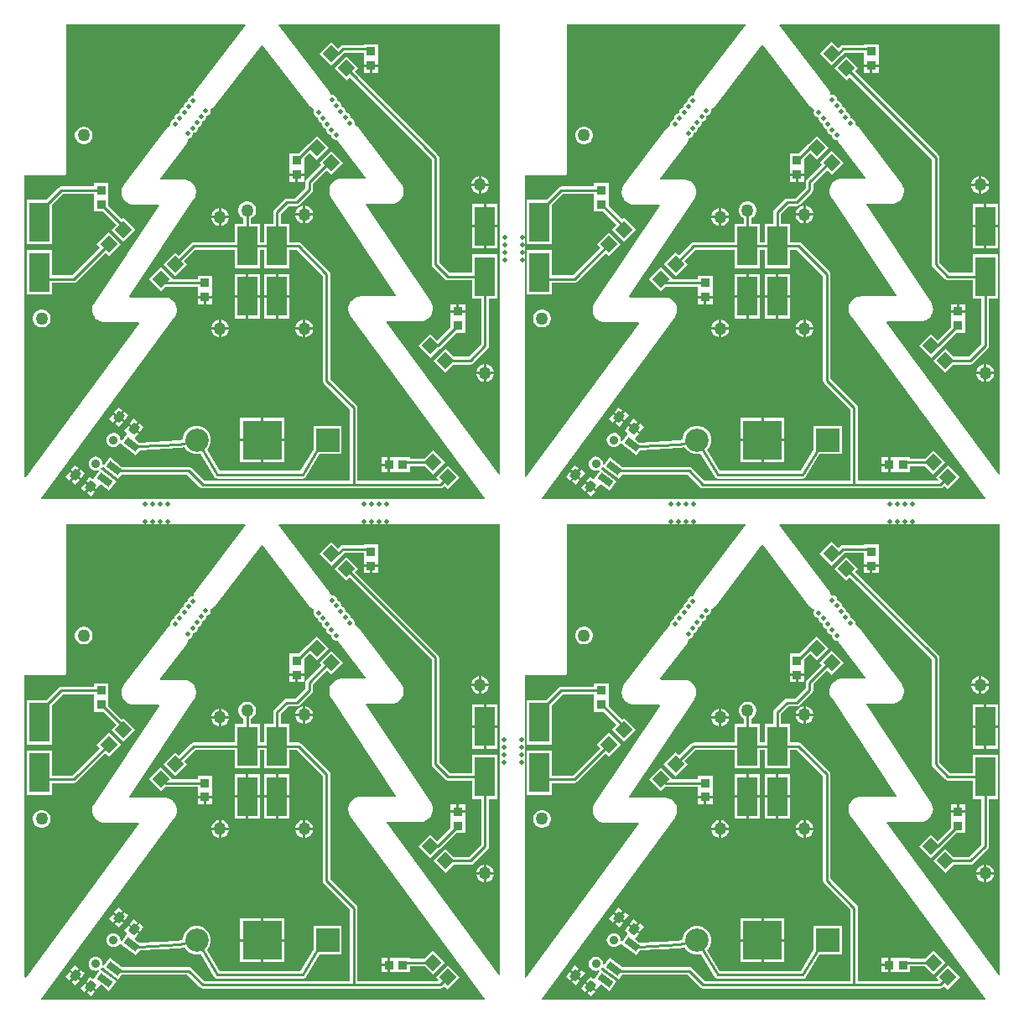
<source format=gtl>
G04*
G04 #@! TF.GenerationSoftware,Altium Limited,Altium Designer,23.1.1 (15)*
G04*
G04 Layer_Physical_Order=1*
G04 Layer_Color=255*
%FSLAX25Y25*%
%MOIN*%
G70*
G04*
G04 #@! TF.SameCoordinates,F91F9CD3-C7A0-4A43-B12F-26B318A194AE*
G04*
G04*
G04 #@! TF.FilePolarity,Positive*
G04*
G01*
G75*
%ADD10R,0.15590X0.15590*%
G04:AMPARAMS|DCode=11|XSize=27.56mil|YSize=59.06mil|CornerRadius=0mil|HoleSize=0mil|Usage=FLASHONLY|Rotation=233.000|XOffset=0mil|YOffset=0mil|HoleType=Round|Shape=Rectangle|*
%AMROTATEDRECTD11*
4,1,4,-0.01529,0.02878,0.03188,-0.00677,0.01529,-0.02878,-0.03188,0.00677,-0.01529,0.02878,0.0*
%
%ADD11ROTATEDRECTD11*%

G04:AMPARAMS|DCode=12|XSize=39.37mil|YSize=31.5mil|CornerRadius=0mil|HoleSize=0mil|Usage=FLASHONLY|Rotation=233.000|XOffset=0mil|YOffset=0mil|HoleType=Round|Shape=Rectangle|*
%AMROTATEDRECTD12*
4,1,4,-0.00073,0.02520,0.02442,0.00624,0.00073,-0.02520,-0.02442,-0.00624,-0.00073,0.02520,0.0*
%
%ADD12ROTATEDRECTD12*%

%ADD13R,0.03788X0.03681*%
%ADD14R,0.07874X0.15748*%
%ADD15P,0.06681X4X360.0*%
%ADD16P,0.06681X4X90.0*%
%ADD17R,0.03681X0.03788*%
%ADD18C,0.01000*%
%ADD19C,0.00000*%
%ADD20C,0.01968*%
%ADD21C,0.09252*%
%ADD22R,0.09252X0.09252*%
%ADD23C,0.03543*%
%ADD24C,0.05000*%
G36*
X487795Y308682D02*
X487320Y308526D01*
X442669Y369124D01*
X442894Y369571D01*
X456712D01*
X456847Y369598D01*
X456984Y369608D01*
X458015Y369893D01*
X458137Y369954D01*
X458267Y370001D01*
X459184Y370550D01*
X459286Y370642D01*
X459398Y370722D01*
X460136Y371496D01*
X460210Y371612D01*
X460297Y371718D01*
X460801Y372661D01*
X460841Y372792D01*
X460897Y372918D01*
X461132Y373961D01*
X461135Y374098D01*
X461156Y374234D01*
X461104Y375302D01*
X461071Y375435D01*
X461054Y375572D01*
X460720Y376588D01*
X460652Y376707D01*
X460600Y376834D01*
X460303Y377279D01*
X434504Y415977D01*
X434740Y416418D01*
X445181D01*
X445320Y416445D01*
X445461Y416457D01*
X446519Y416759D01*
X446645Y416823D01*
X446777Y416873D01*
X447712Y417453D01*
X447816Y417549D01*
X447929Y417633D01*
X448670Y418447D01*
X448742Y418569D01*
X448829Y418680D01*
X449318Y419666D01*
X449354Y419803D01*
X449407Y419934D01*
X449607Y421016D01*
X449605Y421158D01*
X449619Y421298D01*
X449515Y422394D01*
X449474Y422529D01*
X449449Y422668D01*
X449049Y423693D01*
X448973Y423812D01*
X448911Y423939D01*
X448578Y424377D01*
X448578Y424377D01*
X431885Y446330D01*
X431885Y446330D01*
X431511Y446822D01*
X431392Y446927D01*
X431283Y447041D01*
X430268Y447749D01*
X430166Y447793D01*
X430219Y447920D01*
Y448710D01*
X429917Y449439D01*
X429359Y449997D01*
X428629Y450299D01*
X428433D01*
X428419Y450320D01*
Y451110D01*
X428117Y451839D01*
X427559Y452397D01*
X426829Y452699D01*
X426519D01*
Y453410D01*
X426217Y454139D01*
X425659Y454697D01*
X424929Y454999D01*
X424819D01*
Y455710D01*
X424517Y456439D01*
X423959Y456997D01*
X423229Y457299D01*
X423119D01*
Y458010D01*
X422817Y458739D01*
X422259Y459297D01*
X421529Y459599D01*
X420740D01*
X420421Y460008D01*
X420262Y460478D01*
X420220Y460551D01*
X420196Y460631D01*
X419893Y461200D01*
X419840Y461264D01*
X419803Y461339D01*
X419608Y461595D01*
X419608Y461595D01*
X399915Y487347D01*
X400137Y487795D01*
X404134D01*
X487795Y487795D01*
Y308682D01*
D02*
G37*
G36*
X288976D02*
X288501Y308526D01*
X243850Y369124D01*
X244075Y369571D01*
X257893D01*
X258028Y369598D01*
X258165Y369608D01*
X259196Y369893D01*
X259318Y369954D01*
X259448Y370001D01*
X260365Y370550D01*
X260467Y370642D01*
X260579Y370722D01*
X261317Y371496D01*
X261391Y371612D01*
X261478Y371718D01*
X261982Y372661D01*
X262022Y372792D01*
X262078Y372918D01*
X262313Y373961D01*
X262317Y374098D01*
X262337Y374234D01*
X262285Y375302D01*
X262252Y375435D01*
X262235Y375572D01*
X261901Y376588D01*
X261833Y376707D01*
X261781Y376834D01*
X261484Y377279D01*
X235685Y415977D01*
X235921Y416418D01*
X246362D01*
X246501Y416445D01*
X246642Y416457D01*
X247700Y416759D01*
X247826Y416823D01*
X247958Y416873D01*
X248893Y417453D01*
X248997Y417549D01*
X249110Y417633D01*
X249851Y418447D01*
X249923Y418569D01*
X250010Y418680D01*
X250499Y419666D01*
X250535Y419803D01*
X250588Y419934D01*
X250788Y421016D01*
X250786Y421158D01*
X250800Y421298D01*
X250696Y422394D01*
X250655Y422529D01*
X250631Y422668D01*
X250230Y423693D01*
X250154Y423812D01*
X250092Y423939D01*
X249759Y424377D01*
X249759Y424377D01*
X233066Y446330D01*
X233066Y446330D01*
X232692Y446822D01*
X232573Y446927D01*
X232464Y447041D01*
X231450Y447749D01*
X231347Y447793D01*
X231400Y447920D01*
Y448710D01*
X231098Y449439D01*
X230540Y449997D01*
X229810Y450299D01*
X229614D01*
X229600Y450320D01*
Y451110D01*
X229298Y451839D01*
X228740Y452397D01*
X228010Y452699D01*
X227700D01*
Y453410D01*
X227398Y454139D01*
X226840Y454697D01*
X226110Y454999D01*
X226000D01*
Y455710D01*
X225698Y456439D01*
X225140Y456997D01*
X224410Y457299D01*
X224300D01*
Y458010D01*
X223998Y458739D01*
X223440Y459297D01*
X222710Y459599D01*
X221921D01*
X221602Y460008D01*
X221443Y460478D01*
X221402Y460551D01*
X221377Y460631D01*
X221074Y461200D01*
X221021Y461264D01*
X220985Y461339D01*
X220789Y461595D01*
X220789Y461595D01*
X201096Y487347D01*
X201318Y487795D01*
X205315D01*
X288976Y487795D01*
Y308682D01*
D02*
G37*
G36*
X386723Y487347D02*
X367030Y461595D01*
X366715Y461183D01*
X366656Y461064D01*
X366582Y460953D01*
X366187Y459994D01*
X366161Y459863D01*
X366119Y459737D01*
X366058Y459268D01*
X365353D01*
X364624Y458966D01*
X364066Y458407D01*
X363764Y457678D01*
Y456968D01*
X363653D01*
X362924Y456666D01*
X362366Y456107D01*
X362064Y455378D01*
Y454668D01*
X361953D01*
X361224Y454366D01*
X360666Y453807D01*
X360364Y453078D01*
Y452368D01*
X360053D01*
X359324Y452066D01*
X358766Y451507D01*
X358464Y450778D01*
Y449989D01*
X358450Y449968D01*
X358253D01*
X357524Y449666D01*
X356966Y449107D01*
X356664Y448378D01*
Y447589D01*
X356757Y447363D01*
X356739Y447355D01*
X355725Y446647D01*
X355616Y446533D01*
X355497Y446428D01*
X355123Y445936D01*
X355123Y445936D01*
X338430Y423983D01*
X338097Y423545D01*
X338035Y423418D01*
X337959Y423299D01*
X337558Y422274D01*
X337534Y422135D01*
X337493Y422000D01*
X337389Y420904D01*
X337403Y420764D01*
X337401Y420622D01*
X337601Y419540D01*
X337653Y419409D01*
X337690Y419273D01*
X338179Y418287D01*
X338265Y418175D01*
X338338Y418054D01*
X339079Y417240D01*
X339192Y417156D01*
X339296Y417059D01*
X340231Y416479D01*
X340363Y416429D01*
X340489Y416365D01*
X341547Y416063D01*
X341688Y416052D01*
X341827Y416024D01*
X352268D01*
X352504Y415583D01*
X326705Y376885D01*
X326408Y376441D01*
X326356Y376313D01*
X326288Y376194D01*
X325954Y375178D01*
X325937Y375042D01*
X325904Y374908D01*
X325852Y373840D01*
X325872Y373705D01*
X325876Y373567D01*
X326111Y372524D01*
X326167Y372398D01*
X326206Y372267D01*
X326711Y371324D01*
X326798Y371218D01*
X326872Y371102D01*
X327609Y370328D01*
X327722Y370249D01*
X327824Y370157D01*
X328741Y369607D01*
X328871Y369561D01*
X328993Y369499D01*
X330024Y369214D01*
X330161Y369204D01*
X330296Y369177D01*
X344114D01*
X344339Y368731D01*
X299294Y307598D01*
X298819Y307754D01*
Y427721D01*
X314567D01*
X314957Y427798D01*
X315288Y428019D01*
X315509Y428350D01*
X315586Y428740D01*
Y487795D01*
X386501D01*
X386723Y487347D01*
D02*
G37*
G36*
X187904D02*
X168211Y461595D01*
X167896Y461183D01*
X167837Y461064D01*
X167763Y460953D01*
X167368Y459994D01*
X167342Y459863D01*
X167300Y459737D01*
X167239Y459268D01*
X166534D01*
X165805Y458966D01*
X165247Y458407D01*
X164945Y457678D01*
Y456968D01*
X164834D01*
X164105Y456666D01*
X163547Y456107D01*
X163245Y455378D01*
Y454668D01*
X163134D01*
X162405Y454366D01*
X161847Y453807D01*
X161545Y453078D01*
Y452368D01*
X161234D01*
X160505Y452066D01*
X159947Y451507D01*
X159645Y450778D01*
Y449989D01*
X159631Y449968D01*
X159434D01*
X158705Y449666D01*
X158147Y449107D01*
X157845Y448378D01*
Y447589D01*
X157939Y447363D01*
X157921Y447355D01*
X156906Y446647D01*
X156797Y446533D01*
X156678Y446428D01*
X156304Y445936D01*
X156304Y445936D01*
X139611Y423983D01*
X139278Y423545D01*
X139216Y423418D01*
X139140Y423299D01*
X138740Y422274D01*
X138715Y422135D01*
X138674Y422000D01*
X138570Y420904D01*
X138584Y420764D01*
X138582Y420622D01*
X138782Y419540D01*
X138835Y419409D01*
X138871Y419273D01*
X139360Y418287D01*
X139447Y418175D01*
X139519Y418054D01*
X140260Y417240D01*
X140373Y417156D01*
X140477Y417059D01*
X141412Y416479D01*
X141544Y416429D01*
X141670Y416365D01*
X142728Y416063D01*
X142869Y416052D01*
X143008Y416024D01*
X153449D01*
X153685Y415583D01*
X127886Y376885D01*
X127589Y376441D01*
X127537Y376313D01*
X127469Y376194D01*
X127135Y375178D01*
X127118Y375042D01*
X127085Y374908D01*
X127033Y373840D01*
X127053Y373705D01*
X127057Y373567D01*
X127292Y372524D01*
X127348Y372398D01*
X127388Y372267D01*
X127892Y371324D01*
X127979Y371218D01*
X128053Y371102D01*
X128791Y370328D01*
X128903Y370249D01*
X129005Y370157D01*
X129922Y369607D01*
X130052Y369561D01*
X130174Y369499D01*
X131205Y369214D01*
X131342Y369204D01*
X131477Y369177D01*
X145295D01*
X145520Y368731D01*
X100475Y307598D01*
X100000Y307754D01*
Y427721D01*
X115748D01*
X116138Y427798D01*
X116469Y428019D01*
X116690Y428350D01*
X116768Y428740D01*
Y487795D01*
X187682D01*
X187904Y487347D01*
D02*
G37*
G36*
X411731Y455572D02*
X412106Y455081D01*
X412224Y454977D01*
X412334Y454863D01*
X413349Y454158D01*
X413494Y454095D01*
X413633Y454021D01*
X413678Y454007D01*
X413921Y453410D01*
X413750Y452999D01*
Y452209D01*
X414052Y451480D01*
X414611Y450922D01*
X415340Y450620D01*
X415550D01*
Y449909D01*
X415852Y449180D01*
X416411Y448622D01*
X417140Y448320D01*
X417250D01*
Y447609D01*
X417553Y446880D01*
X418111Y446322D01*
X418840Y446020D01*
X418950D01*
Y445309D01*
X419252Y444580D01*
X419811Y444022D01*
X420540Y443720D01*
X420850D01*
Y443109D01*
X421152Y442380D01*
X421711Y441822D01*
X422440Y441520D01*
X423229D01*
X423408Y441289D01*
X423708Y440723D01*
X423761Y440658D01*
X423797Y440583D01*
X423992Y440328D01*
X434292Y426782D01*
X434069Y426334D01*
X424558D01*
X424460Y426314D01*
X424359D01*
X423598Y426163D01*
X423506Y426125D01*
X423407Y426105D01*
X422690Y425808D01*
X422607Y425752D01*
X422514Y425714D01*
X421869Y425283D01*
X421798Y425212D01*
X421714Y425156D01*
X421166Y424608D01*
X421110Y424524D01*
X421039Y424453D01*
X420608Y423808D01*
X420570Y423715D01*
X420514Y423632D01*
X420217Y422915D01*
X420197Y422817D01*
X420159Y422724D01*
X420008Y421963D01*
Y421862D01*
X419988Y421764D01*
Y421086D01*
X420003Y421012D01*
X419999Y420937D01*
X420084Y420363D01*
X420109Y420292D01*
X420117Y420217D01*
X420285Y419662D01*
X420320Y419595D01*
X420339Y419522D01*
X420586Y418997D01*
X420631Y418937D01*
X420660Y418867D01*
X420821Y418626D01*
X420821Y418626D01*
X446619Y379928D01*
X446383Y379487D01*
X432140D01*
X432041Y379467D01*
X431941D01*
X431180Y379316D01*
X431087Y379277D01*
X430989Y379258D01*
X430272Y378961D01*
X430189Y378905D01*
X430096Y378867D01*
X429451Y378436D01*
X429380Y378365D01*
X429296Y378309D01*
X428748Y377760D01*
X428692Y377677D01*
X428621Y377606D01*
X428190Y376961D01*
X428151Y376868D01*
X428095Y376784D01*
X427799Y376068D01*
X427779Y375969D01*
X427741Y375876D01*
X427589Y375116D01*
Y375015D01*
X427570Y374917D01*
Y374215D01*
X427586Y374135D01*
X427583Y374054D01*
X427682Y373435D01*
X427710Y373358D01*
X427720Y373277D01*
X427916Y372682D01*
X427956Y372611D01*
X427978Y372533D01*
X428266Y371975D01*
X428317Y371912D01*
X428352Y371838D01*
X428538Y371585D01*
X481826Y299265D01*
X481601Y298819D01*
X305697D01*
X305471Y299265D01*
X358470Y371192D01*
X358656Y371444D01*
X358691Y371518D01*
X358742Y371582D01*
X359029Y372139D01*
X359052Y372217D01*
X359092Y372288D01*
X359288Y372884D01*
X359298Y372965D01*
X359326Y373041D01*
X359425Y373660D01*
X359422Y373742D01*
X359438Y373821D01*
Y374523D01*
X359419Y374622D01*
Y374722D01*
X359267Y375483D01*
X359229Y375576D01*
X359209Y375674D01*
X358912Y376391D01*
X358857Y376474D01*
X358818Y376567D01*
X358387Y377212D01*
X358316Y377283D01*
X358260Y377367D01*
X357712Y377915D01*
X357628Y377971D01*
X357557Y378042D01*
X356912Y378473D01*
X356819Y378512D01*
X356736Y378567D01*
X356019Y378864D01*
X355921Y378884D01*
X355828Y378922D01*
X355067Y379074D01*
X354967D01*
X354868Y379093D01*
X340624D01*
X340388Y379534D01*
X366187Y418232D01*
X366187Y418232D01*
X366348Y418473D01*
X366377Y418543D01*
X366422Y418604D01*
X366669Y419128D01*
X366688Y419201D01*
X366723Y419268D01*
X366891Y419823D01*
X366898Y419898D01*
X366924Y419969D01*
X367009Y420543D01*
X367005Y420618D01*
X367020Y420692D01*
Y421370D01*
X367000Y421469D01*
Y421569D01*
X366849Y422330D01*
X366810Y422423D01*
X366791Y422521D01*
X366494Y423238D01*
X366438Y423322D01*
X366400Y423414D01*
X365969Y424059D01*
X365898Y424130D01*
X365842Y424214D01*
X365293Y424762D01*
X365210Y424818D01*
X365139Y424889D01*
X364494Y425320D01*
X364401Y425359D01*
X364317Y425415D01*
X363601Y425711D01*
X363502Y425731D01*
X363409Y425770D01*
X362649Y425921D01*
X362548D01*
X362450Y425940D01*
X352938D01*
X352716Y426388D01*
X363016Y439934D01*
X363211Y440189D01*
X363247Y440264D01*
X363300Y440329D01*
X363600Y440896D01*
X363624Y440975D01*
X363666Y441048D01*
X363871Y441656D01*
X363881Y441738D01*
X363911Y441816D01*
X363985Y442272D01*
X364243D01*
X364972Y442575D01*
X365530Y443133D01*
X365832Y443862D01*
Y444472D01*
X366143D01*
X366872Y444774D01*
X367430Y445333D01*
X367732Y446062D01*
Y446772D01*
X367843D01*
X368572Y447075D01*
X369130Y447633D01*
X369432Y448362D01*
Y449072D01*
X369543D01*
X370272Y449374D01*
X370830Y449933D01*
X371132Y450662D01*
Y451372D01*
X371343D01*
X372072Y451675D01*
X372630Y452233D01*
X372932Y452962D01*
Y453751D01*
X372834Y453989D01*
X373352Y454205D01*
X373463Y454279D01*
X373583Y454339D01*
X374404Y454971D01*
X374492Y455072D01*
X374592Y455160D01*
X374907Y455572D01*
X374907Y455572D01*
X393069Y479322D01*
X393569D01*
X411731Y455572D01*
D02*
G37*
G36*
X212912D02*
X213287Y455081D01*
X213406Y454977D01*
X213515Y454863D01*
X214530Y454158D01*
X214675Y454095D01*
X214814Y454021D01*
X214859Y454007D01*
X215102Y453410D01*
X214932Y452999D01*
Y452209D01*
X215234Y451480D01*
X215792Y450922D01*
X216521Y450620D01*
X216732D01*
Y449909D01*
X217034Y449180D01*
X217592Y448622D01*
X218321Y448320D01*
X218431D01*
Y447609D01*
X218734Y446880D01*
X219292Y446322D01*
X220021Y446020D01*
X220131D01*
Y445309D01*
X220434Y444580D01*
X220992Y444022D01*
X221721Y443720D01*
X222031D01*
Y443109D01*
X222334Y442380D01*
X222892Y441822D01*
X223621Y441520D01*
X224410D01*
X224589Y441289D01*
X224889Y440723D01*
X224942Y440658D01*
X224978Y440583D01*
X225173Y440328D01*
X235473Y426782D01*
X235251Y426334D01*
X225739D01*
X225641Y426314D01*
X225540D01*
X224780Y426163D01*
X224687Y426125D01*
X224588Y426105D01*
X223871Y425808D01*
X223788Y425752D01*
X223695Y425714D01*
X223050Y425283D01*
X222979Y425212D01*
X222896Y425156D01*
X222347Y424608D01*
X222291Y424524D01*
X222220Y424453D01*
X221789Y423808D01*
X221751Y423715D01*
X221695Y423632D01*
X221398Y422915D01*
X221378Y422817D01*
X221340Y422724D01*
X221189Y421963D01*
Y421862D01*
X221169Y421764D01*
Y421086D01*
X221184Y421012D01*
X221180Y420937D01*
X221265Y420363D01*
X221290Y420292D01*
X221298Y420217D01*
X221466Y419662D01*
X221501Y419595D01*
X221520Y419522D01*
X221767Y418997D01*
X221812Y418937D01*
X221841Y418867D01*
X222002Y418626D01*
X222002Y418626D01*
X247800Y379928D01*
X247565Y379487D01*
X233321D01*
X233222Y379467D01*
X233122D01*
X232361Y379316D01*
X232268Y379277D01*
X232170Y379258D01*
X231453Y378961D01*
X231369Y378905D01*
X231277Y378867D01*
X230632Y378436D01*
X230561Y378365D01*
X230477Y378309D01*
X229929Y377760D01*
X229873Y377677D01*
X229802Y377606D01*
X229371Y376961D01*
X229332Y376868D01*
X229277Y376784D01*
X228980Y376068D01*
X228960Y375969D01*
X228922Y375876D01*
X228770Y375116D01*
Y375015D01*
X228751Y374917D01*
Y374215D01*
X228767Y374135D01*
X228764Y374054D01*
X228863Y373435D01*
X228891Y373358D01*
X228901Y373277D01*
X229097Y372682D01*
X229137Y372611D01*
X229159Y372533D01*
X229447Y371975D01*
X229498Y371912D01*
X229533Y371838D01*
X229719Y371585D01*
X283008Y299265D01*
X282782Y298819D01*
X106878D01*
X106653Y299265D01*
X159651Y371192D01*
X159837Y371444D01*
X159872Y371518D01*
X159923Y371582D01*
X160211Y372139D01*
X160233Y372217D01*
X160273Y372288D01*
X160469Y372884D01*
X160479Y372965D01*
X160507Y373041D01*
X160607Y373660D01*
X160603Y373742D01*
X160619Y373821D01*
Y374523D01*
X160600Y374622D01*
Y374722D01*
X160448Y375483D01*
X160410Y375576D01*
X160390Y375674D01*
X160093Y376391D01*
X160038Y376474D01*
X159999Y376567D01*
X159568Y377212D01*
X159497Y377283D01*
X159441Y377367D01*
X158893Y377915D01*
X158809Y377971D01*
X158738Y378042D01*
X158093Y378473D01*
X158001Y378512D01*
X157917Y378567D01*
X157200Y378864D01*
X157102Y378884D01*
X157009Y378922D01*
X156248Y379074D01*
X156148D01*
X156049Y379093D01*
X141806D01*
X141570Y379534D01*
X167368Y418232D01*
X167368Y418232D01*
X167529Y418473D01*
X167558Y418543D01*
X167603Y418604D01*
X167850Y419128D01*
X167869Y419201D01*
X167904Y419268D01*
X168072Y419823D01*
X168080Y419898D01*
X168105Y419969D01*
X168190Y420543D01*
X168186Y420618D01*
X168201Y420692D01*
Y421370D01*
X168181Y421469D01*
Y421569D01*
X168030Y422330D01*
X167992Y422423D01*
X167972Y422521D01*
X167675Y423238D01*
X167619Y423322D01*
X167581Y423414D01*
X167150Y424059D01*
X167079Y424130D01*
X167023Y424214D01*
X166474Y424762D01*
X166391Y424818D01*
X166320Y424889D01*
X165675Y425320D01*
X165582Y425359D01*
X165499Y425415D01*
X164782Y425711D01*
X164683Y425731D01*
X164591Y425770D01*
X163830Y425921D01*
X163729D01*
X163631Y425940D01*
X154119D01*
X153897Y426388D01*
X164197Y439934D01*
X164392Y440189D01*
X164428Y440264D01*
X164481Y440329D01*
X164781Y440896D01*
X164805Y440975D01*
X164847Y441048D01*
X165052Y441656D01*
X165062Y441738D01*
X165092Y441816D01*
X165166Y442272D01*
X165424D01*
X166153Y442575D01*
X166711Y443133D01*
X167013Y443862D01*
Y444472D01*
X167324D01*
X168053Y444774D01*
X168611Y445333D01*
X168913Y446062D01*
Y446772D01*
X169024D01*
X169753Y447075D01*
X170311Y447633D01*
X170613Y448362D01*
Y449072D01*
X170724D01*
X171453Y449374D01*
X172011Y449933D01*
X172313Y450662D01*
Y451372D01*
X172524D01*
X173253Y451675D01*
X173811Y452233D01*
X174113Y452962D01*
Y453751D01*
X174015Y453989D01*
X174533Y454205D01*
X174644Y454279D01*
X174764Y454339D01*
X175585Y454971D01*
X175673Y455072D01*
X175773Y455160D01*
X176088Y455572D01*
X176088Y455572D01*
X194250Y479322D01*
X194750D01*
X212912Y455572D01*
D02*
G37*
G36*
X487795Y109863D02*
X487320Y109707D01*
X442669Y170306D01*
X442894Y170752D01*
X456712D01*
X456847Y170779D01*
X456984Y170789D01*
X458015Y171074D01*
X458137Y171135D01*
X458267Y171182D01*
X459184Y171731D01*
X459286Y171824D01*
X459398Y171903D01*
X460136Y172677D01*
X460210Y172793D01*
X460297Y172899D01*
X460801Y173842D01*
X460841Y173973D01*
X460897Y174099D01*
X461132Y175142D01*
X461135Y175279D01*
X461156Y175415D01*
X461104Y176483D01*
X461071Y176617D01*
X461054Y176753D01*
X460720Y177769D01*
X460652Y177888D01*
X460600Y178015D01*
X460303Y178460D01*
X434504Y217158D01*
X434740Y217599D01*
X445181D01*
X445320Y217627D01*
X445461Y217638D01*
X446519Y217940D01*
X446645Y218004D01*
X446777Y218054D01*
X447712Y218634D01*
X447816Y218730D01*
X447929Y218814D01*
X448670Y219629D01*
X448742Y219750D01*
X448829Y219862D01*
X449318Y220848D01*
X449354Y220984D01*
X449407Y221115D01*
X449607Y222197D01*
X449605Y222339D01*
X449619Y222479D01*
X449515Y223575D01*
X449474Y223710D01*
X449449Y223849D01*
X449049Y224874D01*
X448973Y224993D01*
X448911Y225120D01*
X448578Y225558D01*
X448578Y225558D01*
X431885Y247511D01*
X431885Y247511D01*
X431511Y248003D01*
X431392Y248108D01*
X431283Y248222D01*
X430268Y248930D01*
X430166Y248974D01*
X430219Y249101D01*
Y249891D01*
X429917Y250620D01*
X429359Y251178D01*
X428629Y251480D01*
X428433D01*
X428419Y251501D01*
Y252291D01*
X428117Y253020D01*
X427559Y253578D01*
X426829Y253880D01*
X426519D01*
Y254591D01*
X426217Y255320D01*
X425659Y255878D01*
X424929Y256180D01*
X424819D01*
Y256891D01*
X424517Y257620D01*
X423959Y258178D01*
X423229Y258480D01*
X423119D01*
Y259191D01*
X422817Y259920D01*
X422259Y260478D01*
X421529Y260780D01*
X420740D01*
X420421Y261190D01*
X420262Y261660D01*
X420220Y261732D01*
X420196Y261812D01*
X419893Y262381D01*
X419840Y262445D01*
X419803Y262520D01*
X419608Y262776D01*
X419608Y262776D01*
X399915Y288528D01*
X400137Y288976D01*
X404134D01*
X487795Y288976D01*
Y109863D01*
D02*
G37*
G36*
X288976D02*
X288501Y109707D01*
X243850Y170306D01*
X244075Y170752D01*
X257893D01*
X258028Y170779D01*
X258165Y170789D01*
X259196Y171074D01*
X259318Y171135D01*
X259448Y171182D01*
X260365Y171731D01*
X260467Y171824D01*
X260579Y171903D01*
X261317Y172677D01*
X261391Y172793D01*
X261478Y172899D01*
X261982Y173842D01*
X262022Y173973D01*
X262078Y174099D01*
X262313Y175142D01*
X262317Y175279D01*
X262337Y175415D01*
X262285Y176483D01*
X262252Y176617D01*
X262235Y176753D01*
X261901Y177769D01*
X261833Y177888D01*
X261781Y178015D01*
X261484Y178460D01*
X235685Y217158D01*
X235921Y217599D01*
X246362D01*
X246501Y217627D01*
X246642Y217638D01*
X247700Y217940D01*
X247826Y218004D01*
X247958Y218054D01*
X248893Y218634D01*
X248997Y218730D01*
X249110Y218814D01*
X249851Y219629D01*
X249923Y219750D01*
X250010Y219862D01*
X250499Y220848D01*
X250535Y220984D01*
X250588Y221115D01*
X250788Y222197D01*
X250786Y222339D01*
X250800Y222479D01*
X250696Y223575D01*
X250655Y223710D01*
X250631Y223849D01*
X250230Y224874D01*
X250154Y224993D01*
X250092Y225120D01*
X249759Y225558D01*
X249759Y225558D01*
X233066Y247511D01*
X233066Y247511D01*
X232692Y248003D01*
X232573Y248108D01*
X232464Y248222D01*
X231450Y248930D01*
X231347Y248974D01*
X231400Y249101D01*
Y249891D01*
X231098Y250620D01*
X230540Y251178D01*
X229810Y251480D01*
X229614D01*
X229600Y251501D01*
Y252291D01*
X229298Y253020D01*
X228740Y253578D01*
X228010Y253880D01*
X227700D01*
Y254591D01*
X227398Y255320D01*
X226840Y255878D01*
X226110Y256180D01*
X226000D01*
Y256891D01*
X225698Y257620D01*
X225140Y258178D01*
X224410Y258480D01*
X224300D01*
Y259191D01*
X223998Y259920D01*
X223440Y260478D01*
X222710Y260780D01*
X221921D01*
X221602Y261190D01*
X221443Y261660D01*
X221402Y261732D01*
X221377Y261812D01*
X221074Y262381D01*
X221021Y262445D01*
X220985Y262520D01*
X220789Y262776D01*
X220789Y262776D01*
X201096Y288528D01*
X201318Y288976D01*
X205315D01*
X288976Y288976D01*
Y109863D01*
D02*
G37*
G36*
X386723Y288528D02*
X367030Y262776D01*
X366715Y262364D01*
X366656Y262245D01*
X366582Y262134D01*
X366187Y261175D01*
X366161Y261044D01*
X366119Y260918D01*
X366058Y260449D01*
X365353D01*
X364624Y260147D01*
X364066Y259589D01*
X363764Y258859D01*
Y258149D01*
X363653D01*
X362924Y257847D01*
X362366Y257289D01*
X362064Y256559D01*
Y255849D01*
X361953D01*
X361224Y255547D01*
X360666Y254989D01*
X360364Y254259D01*
Y253549D01*
X360053D01*
X359324Y253247D01*
X358766Y252689D01*
X358464Y251959D01*
Y251170D01*
X358450Y251149D01*
X358253D01*
X357524Y250847D01*
X356966Y250289D01*
X356664Y249559D01*
Y248770D01*
X356757Y248544D01*
X356739Y248536D01*
X355725Y247828D01*
X355616Y247714D01*
X355497Y247609D01*
X355123Y247117D01*
X355123Y247117D01*
X338430Y225165D01*
X338097Y224727D01*
X338035Y224600D01*
X337959Y224480D01*
X337558Y223456D01*
X337534Y223316D01*
X337493Y223181D01*
X337389Y222085D01*
X337403Y221945D01*
X337401Y221804D01*
X337601Y220722D01*
X337653Y220590D01*
X337690Y220454D01*
X338179Y219468D01*
X338265Y219356D01*
X338338Y219235D01*
X339079Y218421D01*
X339192Y218337D01*
X339296Y218240D01*
X340231Y217660D01*
X340363Y217611D01*
X340489Y217546D01*
X341547Y217244D01*
X341688Y217233D01*
X341827Y217205D01*
X352268D01*
X352504Y216764D01*
X326705Y178067D01*
X326408Y177622D01*
X326356Y177495D01*
X326288Y177375D01*
X325954Y176359D01*
X325937Y176223D01*
X325904Y176090D01*
X325852Y175022D01*
X325872Y174886D01*
X325876Y174748D01*
X326111Y173705D01*
X326167Y173580D01*
X326206Y173448D01*
X326711Y172505D01*
X326798Y172399D01*
X326872Y172283D01*
X327609Y171509D01*
X327722Y171430D01*
X327824Y171338D01*
X328741Y170788D01*
X328871Y170742D01*
X328993Y170680D01*
X330024Y170395D01*
X330161Y170385D01*
X330296Y170358D01*
X344114D01*
X344339Y169912D01*
X299294Y108779D01*
X298819Y108935D01*
Y228902D01*
X314567D01*
X314957Y228979D01*
X315288Y229200D01*
X315509Y229531D01*
X315586Y229921D01*
Y288976D01*
X386501D01*
X386723Y288528D01*
D02*
G37*
G36*
X187904D02*
X168211Y262776D01*
X167896Y262364D01*
X167837Y262245D01*
X167763Y262134D01*
X167368Y261175D01*
X167342Y261044D01*
X167300Y260918D01*
X167239Y260449D01*
X166534D01*
X165805Y260147D01*
X165247Y259589D01*
X164945Y258859D01*
Y258149D01*
X164834D01*
X164105Y257847D01*
X163547Y257289D01*
X163245Y256559D01*
Y255849D01*
X163134D01*
X162405Y255547D01*
X161847Y254989D01*
X161545Y254259D01*
Y253549D01*
X161234D01*
X160505Y253247D01*
X159947Y252689D01*
X159645Y251959D01*
Y251170D01*
X159631Y251149D01*
X159434D01*
X158705Y250847D01*
X158147Y250289D01*
X157845Y249559D01*
Y248770D01*
X157939Y248544D01*
X157921Y248536D01*
X156906Y247828D01*
X156797Y247714D01*
X156678Y247609D01*
X156304Y247117D01*
X156304Y247117D01*
X139611Y225165D01*
X139278Y224727D01*
X139216Y224600D01*
X139140Y224480D01*
X138740Y223456D01*
X138715Y223316D01*
X138674Y223181D01*
X138570Y222085D01*
X138584Y221945D01*
X138582Y221804D01*
X138782Y220722D01*
X138835Y220590D01*
X138871Y220454D01*
X139360Y219468D01*
X139447Y219356D01*
X139519Y219235D01*
X140260Y218421D01*
X140373Y218337D01*
X140477Y218240D01*
X141412Y217660D01*
X141544Y217611D01*
X141670Y217546D01*
X142728Y217244D01*
X142869Y217233D01*
X143008Y217205D01*
X153449D01*
X153685Y216764D01*
X127886Y178067D01*
X127589Y177622D01*
X127537Y177495D01*
X127469Y177375D01*
X127135Y176359D01*
X127118Y176223D01*
X127085Y176090D01*
X127033Y175022D01*
X127053Y174886D01*
X127057Y174748D01*
X127292Y173705D01*
X127348Y173580D01*
X127388Y173448D01*
X127892Y172505D01*
X127979Y172399D01*
X128053Y172283D01*
X128791Y171509D01*
X128903Y171430D01*
X129005Y171338D01*
X129922Y170788D01*
X130052Y170742D01*
X130174Y170680D01*
X131205Y170395D01*
X131342Y170385D01*
X131477Y170358D01*
X145295D01*
X145520Y169912D01*
X100475Y108779D01*
X100000Y108935D01*
Y228902D01*
X115748D01*
X116138Y228979D01*
X116469Y229200D01*
X116690Y229531D01*
X116768Y229921D01*
Y288976D01*
X187682D01*
X187904Y288528D01*
D02*
G37*
G36*
X411731Y256753D02*
X412106Y256262D01*
X412224Y256158D01*
X412334Y256044D01*
X413349Y255340D01*
X413494Y255276D01*
X413633Y255202D01*
X413678Y255188D01*
X413921Y254591D01*
X413750Y254180D01*
Y253390D01*
X414052Y252661D01*
X414611Y252103D01*
X415340Y251801D01*
X415550D01*
Y251090D01*
X415852Y250361D01*
X416411Y249803D01*
X417140Y249501D01*
X417250D01*
Y248790D01*
X417553Y248061D01*
X418111Y247503D01*
X418840Y247201D01*
X418950D01*
Y246490D01*
X419252Y245761D01*
X419811Y245203D01*
X420540Y244901D01*
X420850D01*
Y244290D01*
X421152Y243561D01*
X421711Y243003D01*
X422440Y242701D01*
X423229D01*
X423408Y242470D01*
X423708Y241904D01*
X423761Y241839D01*
X423797Y241764D01*
X423992Y241509D01*
X434292Y227963D01*
X434069Y227515D01*
X424558D01*
X424460Y227496D01*
X424359D01*
X423598Y227344D01*
X423506Y227306D01*
X423407Y227286D01*
X422690Y226989D01*
X422607Y226934D01*
X422514Y226895D01*
X421869Y226464D01*
X421798Y226393D01*
X421714Y226337D01*
X421166Y225789D01*
X421110Y225705D01*
X421039Y225634D01*
X420608Y224989D01*
X420570Y224896D01*
X420514Y224813D01*
X420217Y224096D01*
X420197Y223998D01*
X420159Y223905D01*
X420008Y223144D01*
Y223043D01*
X419988Y222945D01*
Y222267D01*
X420003Y222193D01*
X419999Y222118D01*
X420084Y221544D01*
X420109Y221473D01*
X420117Y221398D01*
X420285Y220843D01*
X420320Y220776D01*
X420339Y220703D01*
X420586Y220179D01*
X420631Y220118D01*
X420660Y220048D01*
X420821Y219807D01*
X420821Y219807D01*
X446619Y181109D01*
X446383Y180668D01*
X432140D01*
X432041Y180648D01*
X431941D01*
X431180Y180497D01*
X431087Y180459D01*
X430989Y180439D01*
X430272Y180142D01*
X430189Y180086D01*
X430096Y180048D01*
X429451Y179617D01*
X429380Y179546D01*
X429296Y179490D01*
X428748Y178942D01*
X428692Y178858D01*
X428621Y178787D01*
X428190Y178142D01*
X428151Y178049D01*
X428095Y177966D01*
X427799Y177249D01*
X427779Y177150D01*
X427741Y177058D01*
X427589Y176297D01*
Y176196D01*
X427570Y176098D01*
Y175396D01*
X427586Y175317D01*
X427583Y175235D01*
X427682Y174616D01*
X427710Y174539D01*
X427720Y174459D01*
X427916Y173863D01*
X427956Y173792D01*
X427978Y173714D01*
X428266Y173156D01*
X428317Y173093D01*
X428352Y173019D01*
X428538Y172767D01*
X481826Y100446D01*
X481601Y100000D01*
X305697D01*
X305471Y100446D01*
X358470Y172373D01*
X358656Y172625D01*
X358691Y172699D01*
X358742Y172763D01*
X359029Y173320D01*
X359052Y173398D01*
X359092Y173469D01*
X359288Y174065D01*
X359298Y174146D01*
X359326Y174222D01*
X359425Y174841D01*
X359422Y174923D01*
X359438Y175003D01*
Y175704D01*
X359419Y175803D01*
Y175903D01*
X359267Y176664D01*
X359229Y176757D01*
X359209Y176855D01*
X358912Y177572D01*
X358857Y177655D01*
X358818Y177748D01*
X358387Y178393D01*
X358316Y178464D01*
X358260Y178548D01*
X357712Y179096D01*
X357628Y179152D01*
X357557Y179223D01*
X356912Y179654D01*
X356819Y179693D01*
X356736Y179748D01*
X356019Y180045D01*
X355921Y180065D01*
X355828Y180103D01*
X355067Y180255D01*
X354967D01*
X354868Y180274D01*
X340624D01*
X340388Y180715D01*
X366187Y219413D01*
X366187Y219413D01*
X366348Y219654D01*
X366377Y219724D01*
X366422Y219785D01*
X366669Y220309D01*
X366688Y220382D01*
X366723Y220449D01*
X366891Y221004D01*
X366898Y221079D01*
X366924Y221150D01*
X367009Y221724D01*
X367005Y221799D01*
X367020Y221873D01*
Y222551D01*
X367000Y222650D01*
Y222750D01*
X366849Y223511D01*
X366810Y223604D01*
X366791Y223702D01*
X366494Y224419D01*
X366438Y224503D01*
X366400Y224595D01*
X365969Y225240D01*
X365898Y225311D01*
X365842Y225395D01*
X365293Y225944D01*
X365210Y225999D01*
X365139Y226070D01*
X364494Y226501D01*
X364401Y226540D01*
X364317Y226596D01*
X363601Y226893D01*
X363502Y226912D01*
X363409Y226951D01*
X362649Y227102D01*
X362548D01*
X362450Y227121D01*
X352938D01*
X352716Y227570D01*
X363016Y241115D01*
X363211Y241370D01*
X363247Y241445D01*
X363300Y241510D01*
X363600Y242077D01*
X363624Y242157D01*
X363666Y242229D01*
X363871Y242837D01*
X363881Y242919D01*
X363911Y242997D01*
X363985Y243454D01*
X364243D01*
X364972Y243756D01*
X365530Y244314D01*
X365832Y245043D01*
Y245654D01*
X366143D01*
X366872Y245956D01*
X367430Y246514D01*
X367732Y247243D01*
Y247954D01*
X367843D01*
X368572Y248256D01*
X369130Y248814D01*
X369432Y249543D01*
Y250254D01*
X369543D01*
X370272Y250556D01*
X370830Y251114D01*
X371132Y251843D01*
Y252554D01*
X371343D01*
X372072Y252856D01*
X372630Y253414D01*
X372932Y254143D01*
Y254932D01*
X372834Y255170D01*
X373352Y255386D01*
X373463Y255461D01*
X373583Y255520D01*
X374404Y256152D01*
X374492Y256253D01*
X374592Y256341D01*
X374907Y256753D01*
X374907Y256753D01*
X393069Y280503D01*
X393569D01*
X411731Y256753D01*
D02*
G37*
G36*
X212912D02*
X213287Y256262D01*
X213406Y256158D01*
X213515Y256044D01*
X214530Y255340D01*
X214675Y255276D01*
X214814Y255202D01*
X214859Y255188D01*
X215102Y254591D01*
X214932Y254180D01*
Y253390D01*
X215234Y252661D01*
X215792Y252103D01*
X216521Y251801D01*
X216732D01*
Y251090D01*
X217034Y250361D01*
X217592Y249803D01*
X218321Y249501D01*
X218431D01*
Y248790D01*
X218734Y248061D01*
X219292Y247503D01*
X220021Y247201D01*
X220131D01*
Y246490D01*
X220434Y245761D01*
X220992Y245203D01*
X221721Y244901D01*
X222031D01*
Y244290D01*
X222334Y243561D01*
X222892Y243003D01*
X223621Y242701D01*
X224410D01*
X224589Y242470D01*
X224889Y241904D01*
X224942Y241839D01*
X224978Y241764D01*
X225173Y241509D01*
X235473Y227963D01*
X235251Y227515D01*
X225739D01*
X225641Y227496D01*
X225540D01*
X224780Y227344D01*
X224687Y227306D01*
X224588Y227286D01*
X223871Y226989D01*
X223788Y226934D01*
X223695Y226895D01*
X223050Y226464D01*
X222979Y226393D01*
X222896Y226337D01*
X222347Y225789D01*
X222291Y225705D01*
X222220Y225634D01*
X221789Y224989D01*
X221751Y224896D01*
X221695Y224813D01*
X221398Y224096D01*
X221378Y223998D01*
X221340Y223905D01*
X221189Y223144D01*
Y223043D01*
X221169Y222945D01*
Y222267D01*
X221184Y222193D01*
X221180Y222118D01*
X221265Y221544D01*
X221290Y221473D01*
X221298Y221398D01*
X221466Y220843D01*
X221501Y220776D01*
X221520Y220703D01*
X221767Y220179D01*
X221812Y220118D01*
X221841Y220048D01*
X222002Y219807D01*
X222002Y219807D01*
X247800Y181109D01*
X247565Y180668D01*
X233321D01*
X233222Y180648D01*
X233122D01*
X232361Y180497D01*
X232268Y180459D01*
X232170Y180439D01*
X231453Y180142D01*
X231369Y180086D01*
X231277Y180048D01*
X230632Y179617D01*
X230561Y179546D01*
X230477Y179490D01*
X229929Y178942D01*
X229873Y178858D01*
X229802Y178787D01*
X229371Y178142D01*
X229332Y178049D01*
X229277Y177966D01*
X228980Y177249D01*
X228960Y177150D01*
X228922Y177058D01*
X228770Y176297D01*
Y176196D01*
X228751Y176098D01*
Y175396D01*
X228767Y175317D01*
X228764Y175235D01*
X228863Y174616D01*
X228891Y174539D01*
X228901Y174459D01*
X229097Y173863D01*
X229137Y173792D01*
X229159Y173714D01*
X229447Y173156D01*
X229498Y173093D01*
X229533Y173019D01*
X229719Y172767D01*
X283008Y100446D01*
X282782Y100000D01*
X106878D01*
X106653Y100446D01*
X159651Y172373D01*
X159837Y172625D01*
X159872Y172699D01*
X159923Y172763D01*
X160211Y173320D01*
X160233Y173398D01*
X160273Y173469D01*
X160469Y174065D01*
X160479Y174146D01*
X160507Y174222D01*
X160607Y174841D01*
X160603Y174923D01*
X160619Y175003D01*
Y175704D01*
X160600Y175803D01*
Y175903D01*
X160448Y176664D01*
X160410Y176757D01*
X160390Y176855D01*
X160093Y177572D01*
X160038Y177655D01*
X159999Y177748D01*
X159568Y178393D01*
X159497Y178464D01*
X159441Y178548D01*
X158893Y179096D01*
X158809Y179152D01*
X158738Y179223D01*
X158093Y179654D01*
X158001Y179693D01*
X157917Y179748D01*
X157200Y180045D01*
X157102Y180065D01*
X157009Y180103D01*
X156248Y180255D01*
X156148D01*
X156049Y180274D01*
X141806D01*
X141570Y180715D01*
X167368Y219413D01*
X167368Y219413D01*
X167529Y219654D01*
X167558Y219724D01*
X167603Y219785D01*
X167850Y220309D01*
X167869Y220382D01*
X167904Y220449D01*
X168072Y221004D01*
X168080Y221079D01*
X168105Y221150D01*
X168190Y221724D01*
X168186Y221799D01*
X168201Y221873D01*
Y222551D01*
X168181Y222650D01*
Y222750D01*
X168030Y223511D01*
X167992Y223604D01*
X167972Y223702D01*
X167675Y224419D01*
X167619Y224503D01*
X167581Y224595D01*
X167150Y225240D01*
X167079Y225311D01*
X167023Y225395D01*
X166474Y225944D01*
X166391Y225999D01*
X166320Y226070D01*
X165675Y226501D01*
X165582Y226540D01*
X165499Y226596D01*
X164782Y226893D01*
X164683Y226912D01*
X164591Y226951D01*
X163830Y227102D01*
X163729D01*
X163631Y227121D01*
X154119D01*
X153897Y227570D01*
X164197Y241115D01*
X164392Y241370D01*
X164428Y241445D01*
X164481Y241510D01*
X164781Y242077D01*
X164805Y242157D01*
X164847Y242229D01*
X165052Y242837D01*
X165062Y242919D01*
X165092Y242997D01*
X165166Y243454D01*
X165424D01*
X166153Y243756D01*
X166711Y244314D01*
X167013Y245043D01*
Y245654D01*
X167324D01*
X168053Y245956D01*
X168611Y246514D01*
X168913Y247243D01*
Y247954D01*
X169024D01*
X169753Y248256D01*
X170311Y248814D01*
X170613Y249543D01*
Y250254D01*
X170724D01*
X171453Y250556D01*
X172011Y251114D01*
X172313Y251843D01*
Y252554D01*
X172524D01*
X173253Y252856D01*
X173811Y253414D01*
X174113Y254143D01*
Y254932D01*
X174015Y255170D01*
X174533Y255386D01*
X174644Y255461D01*
X174764Y255520D01*
X175585Y256152D01*
X175673Y256253D01*
X175773Y256341D01*
X176088Y256753D01*
X176088Y256753D01*
X194250Y280503D01*
X194750D01*
X212912Y256753D01*
D02*
G37*
%LPC*%
G36*
X420866Y480739D02*
X416111Y475984D01*
X420866Y471229D01*
X424456Y474819D01*
X424581Y474903D01*
X426070Y476391D01*
X433720D01*
Y473992D01*
Y471699D01*
X436614D01*
X439508D01*
Y473992D01*
Y479673D01*
X433720D01*
Y479450D01*
X425436D01*
X424851Y479334D01*
X424355Y479002D01*
X423479Y478126D01*
X420866Y480739D01*
D02*
G37*
G36*
X439508Y470699D02*
X437114D01*
Y468359D01*
X439508D01*
Y470699D01*
D02*
G37*
G36*
X436114D02*
X433720D01*
Y468359D01*
X436114D01*
Y470699D01*
D02*
G37*
G36*
X480421Y427308D02*
Y424319D01*
X483411D01*
X483183Y425170D01*
X482722Y425968D01*
X482070Y426620D01*
X481272Y427080D01*
X480421Y427308D01*
D02*
G37*
G36*
X479421D02*
X478570Y427080D01*
X477772Y426620D01*
X477121Y425968D01*
X476660Y425170D01*
X476432Y424319D01*
X479421D01*
Y427308D01*
D02*
G37*
G36*
X483411Y423319D02*
X480421D01*
Y420329D01*
X481272Y420557D01*
X482070Y421018D01*
X482722Y421670D01*
X483183Y422468D01*
X483411Y423319D01*
D02*
G37*
G36*
X479421D02*
X476432D01*
X476660Y422468D01*
X477121Y421670D01*
X477772Y421018D01*
X478570Y420557D01*
X479421Y420329D01*
Y423319D01*
D02*
G37*
G36*
X486827Y416276D02*
X482390D01*
Y407902D01*
X486827D01*
Y416276D01*
D02*
G37*
G36*
X481390D02*
X476953D01*
Y407902D01*
X481390D01*
Y416276D01*
D02*
G37*
G36*
X486827Y406902D02*
X482390D01*
Y398528D01*
X486827D01*
Y406902D01*
D02*
G37*
G36*
X481390D02*
X476953D01*
Y398528D01*
X481390D01*
Y406902D01*
D02*
G37*
G36*
X473957Y376326D02*
X471563D01*
Y373986D01*
X473957D01*
Y376326D01*
D02*
G37*
G36*
X470563D02*
X468169D01*
Y373986D01*
X470563D01*
Y376326D01*
D02*
G37*
G36*
X473957Y372986D02*
X471063D01*
X468169D01*
Y370645D01*
Y367175D01*
X462914Y361920D01*
X460236Y364597D01*
X455481Y359842D01*
X460236Y355088D01*
X463577Y358428D01*
X463585Y358430D01*
X464081Y358761D01*
X470332Y365012D01*
X473957D01*
Y370645D01*
Y372986D01*
D02*
G37*
G36*
X426712Y474893D02*
X421957Y470138D01*
X426712Y465383D01*
X428008Y466679D01*
X460675Y434012D01*
Y392323D01*
X460792Y391738D01*
X461123Y391241D01*
X466045Y386320D01*
X466541Y385989D01*
X467126Y385872D01*
X476953D01*
Y378528D01*
X480360D01*
Y360476D01*
X475410Y355526D01*
X469308D01*
X466082Y358751D01*
X461328Y353996D01*
X466082Y349241D01*
X469308Y352467D01*
X476044D01*
X476629Y352583D01*
X477125Y352915D01*
X482971Y358761D01*
X483303Y359257D01*
X483419Y359842D01*
Y378528D01*
X486827D01*
Y396276D01*
X476953D01*
Y388931D01*
X467760D01*
X463734Y392956D01*
Y434646D01*
X463618Y435231D01*
X463286Y435727D01*
X430171Y468842D01*
X431467Y470138D01*
X426712Y474893D01*
D02*
G37*
G36*
X482390Y352505D02*
Y349516D01*
X485379D01*
X485151Y350367D01*
X484691Y351165D01*
X484039Y351816D01*
X483241Y352277D01*
X482390Y352505D01*
D02*
G37*
G36*
X481390D02*
X480539Y352277D01*
X479741Y351816D01*
X479089Y351165D01*
X478628Y350367D01*
X478400Y349516D01*
X481390D01*
Y352505D01*
D02*
G37*
G36*
X485379Y348516D02*
X482390D01*
Y345526D01*
X483241Y345754D01*
X484039Y346215D01*
X484691Y346867D01*
X485151Y347665D01*
X485379Y348516D01*
D02*
G37*
G36*
X481390D02*
X478400D01*
X478628Y347665D01*
X479089Y346867D01*
X479741Y346215D01*
X480539Y345754D01*
X481390Y345526D01*
Y348516D01*
D02*
G37*
G36*
X222047Y480739D02*
X217292Y475984D01*
X222047Y471229D01*
X225637Y474819D01*
X225762Y474903D01*
X227251Y476391D01*
X234901D01*
Y473992D01*
Y471699D01*
X237795D01*
X240689D01*
Y473992D01*
Y479673D01*
X234901D01*
Y479450D01*
X226617D01*
X226032Y479334D01*
X225536Y479002D01*
X224660Y478126D01*
X222047Y480739D01*
D02*
G37*
G36*
X240689Y470699D02*
X238295D01*
Y468359D01*
X240689D01*
Y470699D01*
D02*
G37*
G36*
X237295D02*
X234901D01*
Y468359D01*
X237295D01*
Y470699D01*
D02*
G37*
G36*
X281602Y427308D02*
Y424319D01*
X284592D01*
X284364Y425170D01*
X283903Y425968D01*
X283251Y426620D01*
X282453Y427080D01*
X281602Y427308D01*
D02*
G37*
G36*
X280602D02*
X279751Y427080D01*
X278953Y426620D01*
X278302Y425968D01*
X277841Y425170D01*
X277613Y424319D01*
X280602D01*
Y427308D01*
D02*
G37*
G36*
X284592Y423319D02*
X281602D01*
Y420329D01*
X282453Y420557D01*
X283251Y421018D01*
X283903Y421670D01*
X284364Y422468D01*
X284592Y423319D01*
D02*
G37*
G36*
X280602D02*
X277613D01*
X277841Y422468D01*
X278302Y421670D01*
X278953Y421018D01*
X279751Y420557D01*
X280602Y420329D01*
Y423319D01*
D02*
G37*
G36*
X288008Y416276D02*
X283571D01*
Y407902D01*
X288008D01*
Y416276D01*
D02*
G37*
G36*
X282571D02*
X278134D01*
Y407902D01*
X282571D01*
Y416276D01*
D02*
G37*
G36*
X288008Y406902D02*
X283571D01*
Y398528D01*
X288008D01*
Y406902D01*
D02*
G37*
G36*
X282571D02*
X278134D01*
Y398528D01*
X282571D01*
Y406902D01*
D02*
G37*
G36*
X275138Y376326D02*
X272744D01*
Y373986D01*
X275138D01*
Y376326D01*
D02*
G37*
G36*
X271744D02*
X269350D01*
Y373986D01*
X271744D01*
Y376326D01*
D02*
G37*
G36*
X275138Y372986D02*
X272244D01*
X269350D01*
Y370645D01*
Y367175D01*
X264095Y361920D01*
X261417Y364597D01*
X256662Y359842D01*
X261417Y355088D01*
X264758Y358428D01*
X264766Y358430D01*
X265262Y358761D01*
X271513Y365012D01*
X275138D01*
Y370645D01*
Y372986D01*
D02*
G37*
G36*
X227893Y474893D02*
X223138Y470138D01*
X227893Y465383D01*
X229189Y466679D01*
X261856Y434012D01*
Y392323D01*
X261973Y391738D01*
X262304Y391241D01*
X267226Y386320D01*
X267722Y385989D01*
X268307Y385872D01*
X278134D01*
Y378528D01*
X281541D01*
Y360476D01*
X276591Y355526D01*
X270489D01*
X267264Y358751D01*
X262509Y353996D01*
X267264Y349241D01*
X270489Y352467D01*
X277225D01*
X277810Y352583D01*
X278306Y352915D01*
X284152Y358761D01*
X284484Y359257D01*
X284600Y359842D01*
Y378528D01*
X288008D01*
Y396276D01*
X278134D01*
Y388931D01*
X268941D01*
X264915Y392956D01*
Y434646D01*
X264799Y435231D01*
X264467Y435727D01*
X231352Y468842D01*
X232648Y470138D01*
X227893Y474893D01*
D02*
G37*
G36*
X283571Y352505D02*
Y349516D01*
X286560D01*
X286332Y350367D01*
X285872Y351165D01*
X285220Y351816D01*
X284422Y352277D01*
X283571Y352505D01*
D02*
G37*
G36*
X282571D02*
X281720Y352277D01*
X280922Y351816D01*
X280270Y351165D01*
X279809Y350367D01*
X279581Y349516D01*
X282571D01*
Y352505D01*
D02*
G37*
G36*
X286560Y348516D02*
X283571D01*
Y345526D01*
X284422Y345754D01*
X285220Y346215D01*
X285872Y346867D01*
X286332Y347665D01*
X286560Y348516D01*
D02*
G37*
G36*
X282571D02*
X279581D01*
X279809Y347665D01*
X280270Y346867D01*
X280922Y346215D01*
X281720Y345754D01*
X282571Y345526D01*
Y348516D01*
D02*
G37*
G36*
X322902Y447004D02*
X321980D01*
X321090Y446765D01*
X320292Y446305D01*
X319640Y445653D01*
X319180Y444855D01*
X318941Y443965D01*
Y443043D01*
X319180Y442153D01*
X319640Y441355D01*
X320292Y440703D01*
X321090Y440242D01*
X321980Y440004D01*
X322902D01*
X323792Y440242D01*
X324590Y440703D01*
X325242Y441355D01*
X325702Y442153D01*
X325941Y443043D01*
Y443965D01*
X325702Y444855D01*
X325242Y445653D01*
X324590Y446305D01*
X323792Y446765D01*
X322902Y447004D01*
D02*
G37*
G36*
X332225Y424555D02*
X326437D01*
Y423244D01*
X313446D01*
X312861Y423127D01*
X312365Y422796D01*
X307499Y417929D01*
X299787D01*
Y400181D01*
X309661D01*
Y415766D01*
X314080Y420185D01*
X326437D01*
Y418874D01*
Y413240D01*
X330062D01*
X335317Y407985D01*
X333404Y406073D01*
X338159Y401318D01*
X342914Y406073D01*
X338159Y410827D01*
X337480Y410148D01*
X332225Y415403D01*
Y418874D01*
Y424555D01*
D02*
G37*
G36*
X332313Y404981D02*
X327558Y400226D01*
X328854Y398931D01*
X317870Y387947D01*
X309661D01*
Y397929D01*
X299787D01*
Y380181D01*
X309661D01*
Y384888D01*
X318504D01*
X319089Y385004D01*
X319585Y385336D01*
X331017Y396768D01*
X332313Y395472D01*
X337068Y400226D01*
X332313Y404981D01*
D02*
G37*
G36*
X306169Y374169D02*
X305248D01*
X304358Y373931D01*
X303560Y373470D01*
X302908Y372818D01*
X302447Y372020D01*
X302209Y371130D01*
Y370209D01*
X302447Y369318D01*
X302908Y368520D01*
X303560Y367869D01*
X304358Y367408D01*
X305248Y367169D01*
X306169D01*
X307060Y367408D01*
X307858Y367869D01*
X308509Y368520D01*
X308970Y369318D01*
X309209Y370209D01*
Y371130D01*
X308970Y372020D01*
X308509Y372818D01*
X307858Y373470D01*
X307060Y373931D01*
X306169Y374169D01*
D02*
G37*
G36*
X124083Y447004D02*
X123161D01*
X122271Y446765D01*
X121473Y446305D01*
X120821Y445653D01*
X120361Y444855D01*
X120122Y443965D01*
Y443043D01*
X120361Y442153D01*
X120821Y441355D01*
X121473Y440703D01*
X122271Y440242D01*
X123161Y440004D01*
X124083D01*
X124973Y440242D01*
X125771Y440703D01*
X126423Y441355D01*
X126883Y442153D01*
X127122Y443043D01*
Y443965D01*
X126883Y444855D01*
X126423Y445653D01*
X125771Y446305D01*
X124973Y446765D01*
X124083Y447004D01*
D02*
G37*
G36*
X133406Y424555D02*
X127618D01*
Y423244D01*
X114628D01*
X114042Y423127D01*
X113546Y422796D01*
X108680Y417929D01*
X100969D01*
Y400181D01*
X110843D01*
Y415766D01*
X115261Y420185D01*
X127618D01*
Y418874D01*
Y413240D01*
X131243D01*
X136498Y407985D01*
X134585Y406073D01*
X139340Y401318D01*
X144095Y406073D01*
X139340Y410827D01*
X138661Y410148D01*
X133406Y415403D01*
Y418874D01*
Y424555D01*
D02*
G37*
G36*
X133494Y404981D02*
X128739Y400226D01*
X130035Y398931D01*
X119052Y387947D01*
X110843D01*
Y397929D01*
X100969D01*
Y380181D01*
X110843D01*
Y384888D01*
X119685D01*
X120270Y385004D01*
X120766Y385336D01*
X132198Y396768D01*
X133494Y395472D01*
X138249Y400226D01*
X133494Y404981D01*
D02*
G37*
G36*
X107351Y374169D02*
X106429D01*
X105539Y373931D01*
X104741Y373470D01*
X104089Y372818D01*
X103628Y372020D01*
X103390Y371130D01*
Y370209D01*
X103628Y369318D01*
X104089Y368520D01*
X104741Y367869D01*
X105539Y367408D01*
X106429Y367169D01*
X107351D01*
X108241Y367408D01*
X109039Y367869D01*
X109690Y368520D01*
X110151Y369318D01*
X110390Y370209D01*
Y371130D01*
X110151Y372020D01*
X109690Y372818D01*
X109039Y373470D01*
X108241Y373931D01*
X107351Y374169D01*
D02*
G37*
G36*
X415020Y443278D02*
X411709Y439967D01*
X411553Y439936D01*
X411057Y439605D01*
X407818Y436366D01*
X404193D01*
Y430685D01*
Y428392D01*
X407087D01*
X409981D01*
Y430685D01*
Y434203D01*
X412283Y436505D01*
X415020Y433769D01*
X419775Y438523D01*
X415020Y443278D01*
D02*
G37*
G36*
X420866Y437432D02*
X416111Y432677D01*
X416915Y431873D01*
X410926Y425885D01*
X410595Y425388D01*
X410478Y424803D01*
Y422484D01*
X406453Y418459D01*
X403150D01*
X402564Y418342D01*
X402068Y418011D01*
X398131Y414074D01*
X397800Y413577D01*
X397683Y412992D01*
Y408402D01*
X394276D01*
Y401057D01*
X392339D01*
Y408402D01*
X388931D01*
Y410621D01*
X389551Y410979D01*
X390202Y411630D01*
X390663Y412429D01*
X390902Y413319D01*
Y414240D01*
X390663Y415131D01*
X390202Y415929D01*
X389551Y416580D01*
X388753Y417041D01*
X387862Y417279D01*
X386941D01*
X386051Y417041D01*
X385252Y416580D01*
X384601Y415929D01*
X384140Y415131D01*
X383902Y414240D01*
Y413319D01*
X384140Y412429D01*
X384601Y411630D01*
X385252Y410979D01*
X385872Y410621D01*
Y408402D01*
X382465D01*
Y401057D01*
X366063D01*
X365478Y400941D01*
X364982Y400609D01*
X360125Y395752D01*
X358829Y397048D01*
X354074Y392293D01*
X358829Y387538D01*
X363583Y392293D01*
X362287Y393589D01*
X366697Y397998D01*
X382465D01*
Y390653D01*
X392339D01*
Y397998D01*
X394276D01*
Y390653D01*
X404150D01*
Y397998D01*
X407122D01*
X417368Y387752D01*
Y346063D01*
X417485Y345478D01*
X417816Y344982D01*
X428195Y334603D01*
Y306254D01*
X370319D01*
X365219Y311354D01*
X364722Y311685D01*
X364137Y311802D01*
X337603D01*
X332698Y315498D01*
X330366Y312404D01*
X329886Y312598D01*
X329939Y313033D01*
X329838Y313755D01*
X329553Y314427D01*
X329103Y315002D01*
X328520Y315441D01*
X327844Y315715D01*
X327119Y315804D01*
X326397Y315702D01*
X325725Y315417D01*
X325150Y314968D01*
X324711Y314385D01*
X324437Y313708D01*
X324348Y312984D01*
X324450Y312261D01*
X324735Y311589D01*
X325184Y311014D01*
X325767Y310575D01*
X326444Y310302D01*
X327168Y310213D01*
X327891Y310314D01*
X328294Y310486D01*
X328613Y310078D01*
X326483Y307251D01*
X326281Y306983D01*
X325837Y307111D01*
X324814Y307882D01*
X323329Y305911D01*
X325385Y304361D01*
X327441Y302812D01*
X328725Y304516D01*
X329371Y304655D01*
X332595Y302226D01*
X335457Y306024D01*
X329380Y310603D01*
X329192Y310949D01*
X329271Y311226D01*
X329444Y311455D01*
X329980Y311542D01*
X330072Y311522D01*
X336149Y306942D01*
X337506Y308743D01*
X363504D01*
X368604Y303643D01*
X369100Y303311D01*
X369685Y303195D01*
X464114D01*
X464699Y303311D01*
X465195Y303643D01*
X465800Y304248D01*
X467096Y302952D01*
X471851Y307707D01*
X467096Y312462D01*
X462341Y307707D01*
X463295Y306754D01*
X463087Y306254D01*
X431254D01*
Y335236D01*
X431137Y335822D01*
X430806Y336318D01*
X420427Y346696D01*
Y388386D01*
X420311Y388971D01*
X419979Y389467D01*
X408837Y400609D01*
X408341Y400941D01*
X407756Y401057D01*
X404150D01*
Y408402D01*
X400742D01*
Y412359D01*
X403783Y415400D01*
X407087D01*
X407672Y415516D01*
X408168Y415848D01*
X413089Y420769D01*
X413421Y421265D01*
X413537Y421850D01*
Y424170D01*
X419078Y429710D01*
X420866Y427922D01*
X425621Y432677D01*
X420866Y437432D01*
D02*
G37*
G36*
X409981Y427392D02*
X407587D01*
Y425051D01*
X409981D01*
Y427392D01*
D02*
G37*
G36*
X406587D02*
X404193D01*
Y425051D01*
X406587D01*
Y427392D01*
D02*
G37*
G36*
X410539Y415497D02*
Y412508D01*
X413529D01*
X413301Y413359D01*
X412840Y414157D01*
X412188Y414809D01*
X411390Y415269D01*
X410539Y415497D01*
D02*
G37*
G36*
X409539D02*
X408688Y415269D01*
X407890Y414809D01*
X407239Y414157D01*
X406778Y413359D01*
X406550Y412508D01*
X409539D01*
Y415497D01*
D02*
G37*
G36*
X377075Y414513D02*
Y411524D01*
X380064D01*
X379836Y412375D01*
X379376Y413173D01*
X378724Y413824D01*
X377926Y414285D01*
X377075Y414513D01*
D02*
G37*
G36*
X376075D02*
X375224Y414285D01*
X374426Y413824D01*
X373774Y413173D01*
X373313Y412375D01*
X373085Y411524D01*
X376075D01*
Y414513D01*
D02*
G37*
G36*
X413529Y411508D02*
X410539D01*
Y408518D01*
X411390Y408746D01*
X412188Y409207D01*
X412840Y409859D01*
X413301Y410657D01*
X413529Y411508D01*
D02*
G37*
G36*
X409539D02*
X406550D01*
X406778Y410657D01*
X407239Y409859D01*
X407890Y409207D01*
X408688Y408746D01*
X409539Y408518D01*
Y411508D01*
D02*
G37*
G36*
X380064Y410524D02*
X377075D01*
Y407534D01*
X377926Y407762D01*
X378724Y408223D01*
X379376Y408875D01*
X379836Y409673D01*
X380064Y410524D01*
D02*
G37*
G36*
X376075D02*
X373085D01*
X373313Y409673D01*
X373774Y408875D01*
X374426Y408223D01*
X375224Y407762D01*
X376075Y407534D01*
Y410524D01*
D02*
G37*
G36*
X392339Y388402D02*
X387902D01*
Y380028D01*
X392339D01*
Y388402D01*
D02*
G37*
G36*
X386902D02*
X382465D01*
Y380028D01*
X386902D01*
Y388402D01*
D02*
G37*
G36*
X404150D02*
X399713D01*
Y380028D01*
X404150D01*
Y388402D01*
D02*
G37*
G36*
X398713D02*
X394276D01*
Y380028D01*
X398713D01*
Y388402D01*
D02*
G37*
G36*
X352982Y391202D02*
X348228Y386447D01*
X352982Y381692D01*
X354739Y383449D01*
X354823Y383432D01*
X354875Y383443D01*
X355071Y383404D01*
X367717D01*
Y382092D01*
Y379800D01*
X370610D01*
X373504D01*
Y382092D01*
Y387774D01*
X367717D01*
Y386462D01*
X357722D01*
X352982Y391202D01*
D02*
G37*
G36*
X373504Y378800D02*
X371111D01*
Y376459D01*
X373504D01*
Y378800D01*
D02*
G37*
G36*
X370111D02*
X367717D01*
Y376459D01*
X370111D01*
Y378800D01*
D02*
G37*
G36*
X404150Y379028D02*
X399713D01*
Y370654D01*
X404150D01*
Y379028D01*
D02*
G37*
G36*
X398713D02*
X394276D01*
Y370654D01*
X398713D01*
Y379028D01*
D02*
G37*
G36*
X392339Y379028D02*
X387902D01*
Y370654D01*
X392339D01*
Y379028D01*
D02*
G37*
G36*
X386902D02*
X382465D01*
Y370654D01*
X386902D01*
Y379028D01*
D02*
G37*
G36*
X410539Y370222D02*
Y367232D01*
X413529D01*
X413301Y368083D01*
X412840Y368881D01*
X412188Y369533D01*
X411390Y369994D01*
X410539Y370222D01*
D02*
G37*
G36*
X409539D02*
X408688Y369994D01*
X407890Y369533D01*
X407239Y368881D01*
X406778Y368083D01*
X406550Y367232D01*
X409539D01*
Y370222D01*
D02*
G37*
G36*
X377075D02*
Y367232D01*
X380064D01*
X379836Y368083D01*
X379376Y368881D01*
X378724Y369533D01*
X377926Y369994D01*
X377075Y370222D01*
D02*
G37*
G36*
X376075D02*
X375224Y369994D01*
X374426Y369533D01*
X373774Y368881D01*
X373313Y368083D01*
X373085Y367232D01*
X376075D01*
Y370222D01*
D02*
G37*
G36*
X413529Y366232D02*
X410539D01*
Y363243D01*
X411390Y363471D01*
X412188Y363932D01*
X412840Y364583D01*
X413301Y365381D01*
X413529Y366232D01*
D02*
G37*
G36*
X409539D02*
X406550D01*
X406778Y365381D01*
X407239Y364583D01*
X407890Y363932D01*
X408688Y363471D01*
X409539Y363243D01*
Y366232D01*
D02*
G37*
G36*
X380064D02*
X377075D01*
Y363243D01*
X377926Y363471D01*
X378724Y363932D01*
X379376Y364583D01*
X379836Y365381D01*
X380064Y366232D01*
D02*
G37*
G36*
X376075D02*
X373085D01*
X373313Y365381D01*
X373774Y364583D01*
X374426Y363932D01*
X375224Y363471D01*
X376075Y363243D01*
Y366232D01*
D02*
G37*
G36*
X336042Y335408D02*
X334557Y333436D01*
X336213Y332188D01*
X337699Y334159D01*
X336042Y335408D01*
D02*
G37*
G36*
X338498Y333557D02*
X337012Y331586D01*
X338669Y330337D01*
X340155Y332309D01*
X338498Y333557D01*
D02*
G37*
G36*
X333955Y332638D02*
X332469Y330666D01*
X334126Y329418D01*
X335612Y331389D01*
X333955Y332638D01*
D02*
G37*
G36*
X342110Y330835D02*
X340625Y328864D01*
X342282Y327615D01*
X343767Y329586D01*
X342110Y330835D01*
D02*
G37*
G36*
X336410Y330787D02*
X334925Y328816D01*
X336582Y327567D01*
X338067Y329539D01*
X336410Y330787D01*
D02*
G37*
G36*
X344566Y328984D02*
X343080Y327013D01*
X344738Y325764D01*
X346223Y327736D01*
X344566Y328984D01*
D02*
G37*
G36*
X402102Y331236D02*
X393807D01*
Y322941D01*
X402102D01*
Y331236D01*
D02*
G37*
G36*
X392807D02*
X384512D01*
Y322941D01*
X392807D01*
Y331236D01*
D02*
G37*
G36*
X461250Y318308D02*
X458025Y315082D01*
X452114D01*
Y315492D01*
X444140D01*
Y312598D01*
Y309704D01*
X452114D01*
Y312024D01*
X458025D01*
X461250Y308798D01*
X466005Y313553D01*
X461250Y318308D01*
D02*
G37*
G36*
X402102Y321941D02*
X393807D01*
Y313646D01*
X402102D01*
Y321941D01*
D02*
G37*
G36*
X392807D02*
X384512D01*
Y313646D01*
X392807D01*
Y321941D01*
D02*
G37*
G36*
X443140Y315492D02*
X440800D01*
Y313098D01*
X443140D01*
Y315492D01*
D02*
G37*
G36*
X424937Y328067D02*
X413685D01*
Y318785D01*
X408570Y310191D01*
X376455D01*
X371406Y318587D01*
X371805Y318987D01*
X372546Y320269D01*
X372929Y321700D01*
Y323182D01*
X372546Y324612D01*
X371805Y325895D01*
X370758Y326943D01*
X369475Y327683D01*
X368044Y328067D01*
X366563D01*
X365132Y327683D01*
X363849Y326943D01*
X362801Y325895D01*
X362061Y324612D01*
X361677Y323182D01*
Y322622D01*
X360099Y322231D01*
X344450Y321431D01*
X342895Y322603D01*
X342650Y322994D01*
X342851Y323262D01*
X344136Y324966D01*
X342079Y326515D01*
X340023Y328065D01*
X338537Y326093D01*
X339561Y325323D01*
X339604Y324663D01*
X337474Y321836D01*
X336994Y322030D01*
X337047Y322465D01*
X336946Y323188D01*
X336661Y323860D01*
X336211Y324435D01*
X335629Y324874D01*
X334952Y325148D01*
X334228Y325236D01*
X333505Y325135D01*
X332833Y324850D01*
X332258Y324400D01*
X331819Y323817D01*
X331545Y323141D01*
X331456Y322416D01*
X331558Y321694D01*
X331843Y321022D01*
X332293Y320447D01*
X332875Y320008D01*
X333552Y319734D01*
X334276Y319646D01*
X334999Y319747D01*
X335671Y320032D01*
X336246Y320481D01*
X336552Y320887D01*
X337088Y320975D01*
X337180Y320954D01*
X343257Y316375D01*
X344772Y318385D01*
X360402Y319184D01*
X360544Y319220D01*
X360691Y319227D01*
X362416Y319654D01*
X362801Y318987D01*
X363849Y317939D01*
X365132Y317198D01*
X366563Y316815D01*
X368044D01*
X368783Y317013D01*
X374280Y307873D01*
X374406Y307735D01*
X374509Y307580D01*
X374604Y307516D01*
X374681Y307432D01*
X374850Y307352D01*
X375005Y307248D01*
X375118Y307226D01*
X375221Y307177D01*
X375408Y307168D01*
X375590Y307132D01*
X409439D01*
X409626Y307169D01*
X409815Y307179D01*
X409916Y307227D01*
X410024Y307248D01*
X410183Y307354D01*
X410354Y307436D01*
X410428Y307518D01*
X410521Y307580D01*
X410626Y307738D01*
X410753Y307879D01*
X416072Y316815D01*
X424937D01*
Y328067D01*
D02*
G37*
G36*
X443140Y312098D02*
X440800D01*
Y309704D01*
X443140D01*
Y312098D01*
D02*
G37*
G36*
X318746Y312455D02*
X317260Y310483D01*
X318917Y309235D01*
X320403Y311206D01*
X318746Y312455D01*
D02*
G37*
G36*
X321201Y310604D02*
X319716Y308633D01*
X321373Y307384D01*
X322858Y309356D01*
X321201Y310604D01*
D02*
G37*
G36*
X316658Y309685D02*
X315173Y307713D01*
X316830Y306465D01*
X318315Y308436D01*
X316658Y309685D01*
D02*
G37*
G36*
X319114Y307834D02*
X317628Y305863D01*
X319285Y304614D01*
X320771Y306586D01*
X319114Y307834D01*
D02*
G37*
G36*
X322727Y305112D02*
X321241Y303140D01*
X322898Y301892D01*
X324384Y303863D01*
X322727Y305112D01*
D02*
G37*
G36*
X325182Y303261D02*
X323697Y301290D01*
X325354Y300041D01*
X326839Y302013D01*
X325182Y303261D01*
D02*
G37*
G36*
X216201Y443278D02*
X212890Y439967D01*
X212734Y439936D01*
X212238Y439605D01*
X208999Y436366D01*
X205374D01*
Y430685D01*
Y428392D01*
X208268D01*
X211162D01*
Y430685D01*
Y434203D01*
X213464Y436505D01*
X216201Y433769D01*
X220956Y438523D01*
X216201Y443278D01*
D02*
G37*
G36*
X222047Y437432D02*
X217292Y432677D01*
X218096Y431873D01*
X212107Y425885D01*
X211776Y425388D01*
X211660Y424803D01*
Y422484D01*
X207634Y418459D01*
X204331D01*
X203745Y418342D01*
X203249Y418011D01*
X199312Y414074D01*
X198981Y413577D01*
X198864Y412992D01*
Y408402D01*
X195457D01*
Y401057D01*
X193520D01*
Y408402D01*
X190112D01*
Y410621D01*
X190732Y410979D01*
X191383Y411630D01*
X191844Y412429D01*
X192083Y413319D01*
Y414240D01*
X191844Y415131D01*
X191383Y415929D01*
X190732Y416580D01*
X189934Y417041D01*
X189043Y417279D01*
X188122D01*
X187232Y417041D01*
X186434Y416580D01*
X185782Y415929D01*
X185321Y415131D01*
X185083Y414240D01*
Y413319D01*
X185321Y412429D01*
X185782Y411630D01*
X186434Y410979D01*
X187053Y410621D01*
Y408402D01*
X183646D01*
Y401057D01*
X167244D01*
X166659Y400941D01*
X166163Y400609D01*
X161306Y395752D01*
X160010Y397048D01*
X155255Y392293D01*
X160010Y387538D01*
X164765Y392293D01*
X163469Y393589D01*
X167878Y397998D01*
X183646D01*
Y390653D01*
X193520D01*
Y397998D01*
X195457D01*
Y390653D01*
X205331D01*
Y397998D01*
X208303D01*
X218549Y387752D01*
Y346063D01*
X218666Y345478D01*
X218997Y344982D01*
X229376Y334603D01*
Y306254D01*
X171500D01*
X166400Y311354D01*
X165903Y311685D01*
X165318Y311802D01*
X138784D01*
X133879Y315498D01*
X131547Y312404D01*
X131067Y312598D01*
X131121Y313033D01*
X131019Y313755D01*
X130734Y314427D01*
X130285Y315002D01*
X129702Y315441D01*
X129025Y315715D01*
X128301Y315804D01*
X127578Y315702D01*
X126906Y315417D01*
X126331Y314968D01*
X125892Y314385D01*
X125619Y313708D01*
X125530Y312984D01*
X125631Y312261D01*
X125916Y311589D01*
X126366Y311014D01*
X126948Y310575D01*
X127625Y310302D01*
X128349Y310213D01*
X129072Y310314D01*
X129475Y310486D01*
X129794Y310078D01*
X127664Y307251D01*
X127462Y306983D01*
X127018Y307111D01*
X125995Y307882D01*
X124510Y305911D01*
X126566Y304361D01*
X128622Y302812D01*
X129906Y304516D01*
X130552Y304655D01*
X133776Y302226D01*
X136638Y306024D01*
X130561Y310603D01*
X130373Y310949D01*
X130452Y311226D01*
X130625Y311455D01*
X131161Y311542D01*
X131253Y311522D01*
X137330Y306942D01*
X138687Y308743D01*
X164685D01*
X169785Y303643D01*
X170281Y303311D01*
X170866Y303195D01*
X265295D01*
X265880Y303311D01*
X266376Y303643D01*
X266981Y304248D01*
X268277Y302952D01*
X273032Y307707D01*
X268277Y312462D01*
X263523Y307707D01*
X264476Y306754D01*
X264268Y306254D01*
X232435D01*
Y335236D01*
X232318Y335822D01*
X231987Y336318D01*
X221608Y346696D01*
Y388386D01*
X221492Y388971D01*
X221160Y389467D01*
X210018Y400609D01*
X209522Y400941D01*
X208937Y401057D01*
X205331D01*
Y408402D01*
X201923D01*
Y412359D01*
X204964Y415400D01*
X208268D01*
X208853Y415516D01*
X209349Y415848D01*
X214270Y420769D01*
X214602Y421265D01*
X214718Y421850D01*
Y424170D01*
X220259Y429710D01*
X222047Y427922D01*
X226802Y432677D01*
X222047Y437432D01*
D02*
G37*
G36*
X211162Y427392D02*
X208768D01*
Y425051D01*
X211162D01*
Y427392D01*
D02*
G37*
G36*
X207768D02*
X205374D01*
Y425051D01*
X207768D01*
Y427392D01*
D02*
G37*
G36*
X211720Y415497D02*
Y412508D01*
X214710D01*
X214482Y413359D01*
X214021Y414157D01*
X213369Y414809D01*
X212571Y415269D01*
X211720Y415497D01*
D02*
G37*
G36*
X210720D02*
X209870Y415269D01*
X209071Y414809D01*
X208420Y414157D01*
X207959Y413359D01*
X207731Y412508D01*
X210720D01*
Y415497D01*
D02*
G37*
G36*
X178256Y414513D02*
Y411524D01*
X181245D01*
X181017Y412375D01*
X180557Y413173D01*
X179905Y413824D01*
X179107Y414285D01*
X178256Y414513D01*
D02*
G37*
G36*
X177256D02*
X176405Y414285D01*
X175607Y413824D01*
X174955Y413173D01*
X174494Y412375D01*
X174266Y411524D01*
X177256D01*
Y414513D01*
D02*
G37*
G36*
X214710Y411508D02*
X211720D01*
Y408518D01*
X212571Y408746D01*
X213369Y409207D01*
X214021Y409859D01*
X214482Y410657D01*
X214710Y411508D01*
D02*
G37*
G36*
X210720D02*
X207731D01*
X207959Y410657D01*
X208420Y409859D01*
X209071Y409207D01*
X209870Y408746D01*
X210720Y408518D01*
Y411508D01*
D02*
G37*
G36*
X181245Y410524D02*
X178256D01*
Y407534D01*
X179107Y407762D01*
X179905Y408223D01*
X180557Y408875D01*
X181017Y409673D01*
X181245Y410524D01*
D02*
G37*
G36*
X177256D02*
X174266D01*
X174494Y409673D01*
X174955Y408875D01*
X175607Y408223D01*
X176405Y407762D01*
X177256Y407534D01*
Y410524D01*
D02*
G37*
G36*
X193520Y388402D02*
X189083D01*
Y380028D01*
X193520D01*
Y388402D01*
D02*
G37*
G36*
X188083D02*
X183646D01*
Y380028D01*
X188083D01*
Y388402D01*
D02*
G37*
G36*
X205331D02*
X200894D01*
Y380028D01*
X205331D01*
Y388402D01*
D02*
G37*
G36*
X199894D02*
X195457D01*
Y380028D01*
X199894D01*
Y388402D01*
D02*
G37*
G36*
X154164Y391202D02*
X149409Y386447D01*
X154164Y381692D01*
X155920Y383449D01*
X156004Y383432D01*
X156056Y383443D01*
X156252Y383404D01*
X168898D01*
Y382092D01*
Y379800D01*
X171792D01*
X174686D01*
Y382092D01*
Y387774D01*
X168898D01*
Y386462D01*
X158903D01*
X154164Y391202D01*
D02*
G37*
G36*
X174686Y378800D02*
X172292D01*
Y376459D01*
X174686D01*
Y378800D01*
D02*
G37*
G36*
X171292D02*
X168898D01*
Y376459D01*
X171292D01*
Y378800D01*
D02*
G37*
G36*
X205331Y379028D02*
X200894D01*
Y370654D01*
X205331D01*
Y379028D01*
D02*
G37*
G36*
X199894D02*
X195457D01*
Y370654D01*
X199894D01*
Y379028D01*
D02*
G37*
G36*
X193520Y379028D02*
X189083D01*
Y370654D01*
X193520D01*
Y379028D01*
D02*
G37*
G36*
X188083D02*
X183646D01*
Y370654D01*
X188083D01*
Y379028D01*
D02*
G37*
G36*
X211720Y370222D02*
Y367232D01*
X214710D01*
X214482Y368083D01*
X214021Y368881D01*
X213369Y369533D01*
X212571Y369994D01*
X211720Y370222D01*
D02*
G37*
G36*
X210720D02*
X209870Y369994D01*
X209071Y369533D01*
X208420Y368881D01*
X207959Y368083D01*
X207731Y367232D01*
X210720D01*
Y370222D01*
D02*
G37*
G36*
X178256D02*
Y367232D01*
X181245D01*
X181017Y368083D01*
X180557Y368881D01*
X179905Y369533D01*
X179107Y369994D01*
X178256Y370222D01*
D02*
G37*
G36*
X177256D02*
X176405Y369994D01*
X175607Y369533D01*
X174955Y368881D01*
X174494Y368083D01*
X174266Y367232D01*
X177256D01*
Y370222D01*
D02*
G37*
G36*
X214710Y366232D02*
X211720D01*
Y363243D01*
X212571Y363471D01*
X213369Y363932D01*
X214021Y364583D01*
X214482Y365381D01*
X214710Y366232D01*
D02*
G37*
G36*
X210720D02*
X207731D01*
X207959Y365381D01*
X208420Y364583D01*
X209071Y363932D01*
X209870Y363471D01*
X210720Y363243D01*
Y366232D01*
D02*
G37*
G36*
X181245D02*
X178256D01*
Y363243D01*
X179107Y363471D01*
X179905Y363932D01*
X180557Y364583D01*
X181017Y365381D01*
X181245Y366232D01*
D02*
G37*
G36*
X177256D02*
X174266D01*
X174494Y365381D01*
X174955Y364583D01*
X175607Y363932D01*
X176405Y363471D01*
X177256Y363243D01*
Y366232D01*
D02*
G37*
G36*
X137223Y335408D02*
X135738Y333436D01*
X137395Y332188D01*
X138880Y334159D01*
X137223Y335408D01*
D02*
G37*
G36*
X139679Y333557D02*
X138193Y331586D01*
X139850Y330337D01*
X141336Y332309D01*
X139679Y333557D01*
D02*
G37*
G36*
X135136Y332638D02*
X133650Y330666D01*
X135307Y329418D01*
X136793Y331389D01*
X135136Y332638D01*
D02*
G37*
G36*
X143291Y330835D02*
X141806Y328864D01*
X143463Y327615D01*
X144948Y329586D01*
X143291Y330835D01*
D02*
G37*
G36*
X137591Y330787D02*
X136106Y328816D01*
X137763Y327567D01*
X139248Y329539D01*
X137591Y330787D01*
D02*
G37*
G36*
X145747Y328984D02*
X144262Y327013D01*
X145919Y325764D01*
X147404Y327736D01*
X145747Y328984D01*
D02*
G37*
G36*
X203284Y331236D02*
X194988D01*
Y322941D01*
X203284D01*
Y331236D01*
D02*
G37*
G36*
X193988D02*
X185693D01*
Y322941D01*
X193988D01*
Y331236D01*
D02*
G37*
G36*
X262431Y318308D02*
X259206Y315082D01*
X253295D01*
Y315492D01*
X245321D01*
Y312598D01*
Y309704D01*
X253295D01*
Y312024D01*
X259206D01*
X262431Y308798D01*
X267186Y313553D01*
X262431Y318308D01*
D02*
G37*
G36*
X203284Y321941D02*
X194988D01*
Y313646D01*
X203284D01*
Y321941D01*
D02*
G37*
G36*
X193988D02*
X185693D01*
Y313646D01*
X193988D01*
Y321941D01*
D02*
G37*
G36*
X244321Y315492D02*
X241981D01*
Y313098D01*
X244321D01*
Y315492D01*
D02*
G37*
G36*
X226118Y328067D02*
X214866D01*
Y318785D01*
X209751Y310191D01*
X177637D01*
X172587Y318587D01*
X172986Y318987D01*
X173727Y320269D01*
X174110Y321700D01*
Y323182D01*
X173727Y324612D01*
X172986Y325895D01*
X171939Y326943D01*
X170656Y327683D01*
X169225Y328067D01*
X167744D01*
X166313Y327683D01*
X165030Y326943D01*
X163982Y325895D01*
X163242Y324612D01*
X162858Y323182D01*
Y322622D01*
X161280Y322231D01*
X145631Y321431D01*
X144076Y322603D01*
X143831Y322994D01*
X144033Y323262D01*
X145317Y324966D01*
X143260Y326515D01*
X141204Y328065D01*
X139718Y326093D01*
X140742Y325323D01*
X140785Y324663D01*
X138655Y321836D01*
X138175Y322030D01*
X138228Y322465D01*
X138127Y323188D01*
X137842Y323860D01*
X137392Y324435D01*
X136810Y324874D01*
X136133Y325148D01*
X135409Y325236D01*
X134686Y325135D01*
X134014Y324850D01*
X133439Y324400D01*
X133000Y323817D01*
X132727Y323141D01*
X132638Y322416D01*
X132739Y321694D01*
X133024Y321022D01*
X133474Y320447D01*
X134056Y320008D01*
X134733Y319734D01*
X135458Y319646D01*
X136180Y319747D01*
X136852Y320032D01*
X137427Y320481D01*
X137733Y320887D01*
X138269Y320975D01*
X138361Y320954D01*
X144438Y316375D01*
X145953Y318385D01*
X161583Y319184D01*
X161725Y319220D01*
X161872Y319227D01*
X163597Y319654D01*
X163982Y318987D01*
X165030Y317939D01*
X166313Y317198D01*
X167744Y316815D01*
X169225D01*
X169964Y317013D01*
X175461Y307873D01*
X175587Y307735D01*
X175690Y307580D01*
X175785Y307516D01*
X175862Y307432D01*
X176031Y307352D01*
X176186Y307248D01*
X176299Y307226D01*
X176402Y307177D01*
X176589Y307168D01*
X176772Y307132D01*
X210620D01*
X210807Y307169D01*
X210997Y307179D01*
X211097Y307227D01*
X211206Y307248D01*
X211364Y307354D01*
X211535Y307436D01*
X211609Y307518D01*
X211702Y307580D01*
X211807Y307738D01*
X211934Y307879D01*
X217253Y316815D01*
X226118D01*
Y328067D01*
D02*
G37*
G36*
X244321Y312098D02*
X241981D01*
Y309704D01*
X244321D01*
Y312098D01*
D02*
G37*
G36*
X119927Y312455D02*
X118441Y310483D01*
X120098Y309235D01*
X121584Y311206D01*
X119927Y312455D01*
D02*
G37*
G36*
X122382Y310604D02*
X120897Y308633D01*
X122554Y307384D01*
X124039Y309356D01*
X122382Y310604D01*
D02*
G37*
G36*
X117840Y309685D02*
X116354Y307713D01*
X118011Y306465D01*
X119497Y308436D01*
X117840Y309685D01*
D02*
G37*
G36*
X120295Y307834D02*
X118809Y305863D01*
X120466Y304614D01*
X121952Y306586D01*
X120295Y307834D01*
D02*
G37*
G36*
X123908Y305112D02*
X122422Y303140D01*
X124079Y301892D01*
X125565Y303863D01*
X123908Y305112D01*
D02*
G37*
G36*
X126364Y303261D02*
X124878Y301290D01*
X126535Y300041D01*
X128021Y302013D01*
X126364Y303261D01*
D02*
G37*
G36*
X420866Y281920D02*
X416111Y277165D01*
X420866Y272410D01*
X424456Y276000D01*
X424581Y276084D01*
X426070Y277572D01*
X433720D01*
Y275173D01*
Y272880D01*
X436614D01*
X439508D01*
Y275173D01*
Y280854D01*
X433720D01*
Y280631D01*
X425436D01*
X424851Y280515D01*
X424355Y280183D01*
X423479Y279307D01*
X420866Y281920D01*
D02*
G37*
G36*
X439508Y271880D02*
X437114D01*
Y269540D01*
X439508D01*
Y271880D01*
D02*
G37*
G36*
X436114D02*
X433720D01*
Y269540D01*
X436114D01*
Y271880D01*
D02*
G37*
G36*
X480421Y228489D02*
Y225500D01*
X483411D01*
X483183Y226351D01*
X482722Y227149D01*
X482070Y227801D01*
X481272Y228261D01*
X480421Y228489D01*
D02*
G37*
G36*
X479421D02*
X478570Y228261D01*
X477772Y227801D01*
X477121Y227149D01*
X476660Y226351D01*
X476432Y225500D01*
X479421D01*
Y228489D01*
D02*
G37*
G36*
X483411Y224500D02*
X480421D01*
Y221511D01*
X481272Y221739D01*
X482070Y222199D01*
X482722Y222851D01*
X483183Y223649D01*
X483411Y224500D01*
D02*
G37*
G36*
X479421D02*
X476432D01*
X476660Y223649D01*
X477121Y222851D01*
X477772Y222199D01*
X478570Y221739D01*
X479421Y221511D01*
Y224500D01*
D02*
G37*
G36*
X486827Y217457D02*
X482390D01*
Y209083D01*
X486827D01*
Y217457D01*
D02*
G37*
G36*
X481390D02*
X476953D01*
Y209083D01*
X481390D01*
Y217457D01*
D02*
G37*
G36*
X486827Y208083D02*
X482390D01*
Y199709D01*
X486827D01*
Y208083D01*
D02*
G37*
G36*
X481390D02*
X476953D01*
Y199709D01*
X481390D01*
Y208083D01*
D02*
G37*
G36*
X473957Y177507D02*
X471563D01*
Y175167D01*
X473957D01*
Y177507D01*
D02*
G37*
G36*
X470563D02*
X468169D01*
Y175167D01*
X470563D01*
Y177507D01*
D02*
G37*
G36*
X473957Y174167D02*
X471063D01*
X468169D01*
Y171826D01*
Y168356D01*
X462914Y163101D01*
X460236Y165779D01*
X455481Y161024D01*
X460236Y156269D01*
X463577Y159609D01*
X463585Y159611D01*
X464081Y159942D01*
X470332Y166193D01*
X473957D01*
Y171826D01*
Y174167D01*
D02*
G37*
G36*
X426712Y276074D02*
X421957Y271319D01*
X426712Y266564D01*
X428008Y267860D01*
X460675Y235193D01*
Y193504D01*
X460792Y192919D01*
X461123Y192422D01*
X466045Y187501D01*
X466541Y187170D01*
X467126Y187053D01*
X476953D01*
Y179709D01*
X480360D01*
Y161657D01*
X475410Y156707D01*
X469308D01*
X466082Y159932D01*
X461328Y155177D01*
X466082Y150423D01*
X469308Y153648D01*
X476044D01*
X476629Y153764D01*
X477125Y154096D01*
X482971Y159942D01*
X483303Y160438D01*
X483419Y161024D01*
Y179709D01*
X486827D01*
Y197457D01*
X476953D01*
Y190112D01*
X467760D01*
X463734Y194137D01*
Y235827D01*
X463618Y236412D01*
X463286Y236908D01*
X430171Y270023D01*
X431467Y271319D01*
X426712Y276074D01*
D02*
G37*
G36*
X482390Y153686D02*
Y150697D01*
X485379D01*
X485151Y151548D01*
X484691Y152346D01*
X484039Y152998D01*
X483241Y153458D01*
X482390Y153686D01*
D02*
G37*
G36*
X481390D02*
X480539Y153458D01*
X479741Y152998D01*
X479089Y152346D01*
X478628Y151548D01*
X478400Y150697D01*
X481390D01*
Y153686D01*
D02*
G37*
G36*
X485379Y149697D02*
X482390D01*
Y146707D01*
X483241Y146935D01*
X484039Y147396D01*
X484691Y148048D01*
X485151Y148846D01*
X485379Y149697D01*
D02*
G37*
G36*
X481390D02*
X478400D01*
X478628Y148846D01*
X479089Y148048D01*
X479741Y147396D01*
X480539Y146935D01*
X481390Y146707D01*
Y149697D01*
D02*
G37*
G36*
X222047Y281920D02*
X217292Y277165D01*
X222047Y272410D01*
X225637Y276000D01*
X225762Y276084D01*
X227251Y277572D01*
X234901D01*
Y275173D01*
Y272880D01*
X237795D01*
X240689D01*
Y275173D01*
Y280854D01*
X234901D01*
Y280631D01*
X226617D01*
X226032Y280515D01*
X225536Y280183D01*
X224660Y279307D01*
X222047Y281920D01*
D02*
G37*
G36*
X240689Y271880D02*
X238295D01*
Y269540D01*
X240689D01*
Y271880D01*
D02*
G37*
G36*
X237295D02*
X234901D01*
Y269540D01*
X237295D01*
Y271880D01*
D02*
G37*
G36*
X281602Y228489D02*
Y225500D01*
X284592D01*
X284364Y226351D01*
X283903Y227149D01*
X283251Y227801D01*
X282453Y228261D01*
X281602Y228489D01*
D02*
G37*
G36*
X280602D02*
X279751Y228261D01*
X278953Y227801D01*
X278302Y227149D01*
X277841Y226351D01*
X277613Y225500D01*
X280602D01*
Y228489D01*
D02*
G37*
G36*
X284592Y224500D02*
X281602D01*
Y221511D01*
X282453Y221739D01*
X283251Y222199D01*
X283903Y222851D01*
X284364Y223649D01*
X284592Y224500D01*
D02*
G37*
G36*
X280602D02*
X277613D01*
X277841Y223649D01*
X278302Y222851D01*
X278953Y222199D01*
X279751Y221739D01*
X280602Y221511D01*
Y224500D01*
D02*
G37*
G36*
X288008Y217457D02*
X283571D01*
Y209083D01*
X288008D01*
Y217457D01*
D02*
G37*
G36*
X282571D02*
X278134D01*
Y209083D01*
X282571D01*
Y217457D01*
D02*
G37*
G36*
X288008Y208083D02*
X283571D01*
Y199709D01*
X288008D01*
Y208083D01*
D02*
G37*
G36*
X282571D02*
X278134D01*
Y199709D01*
X282571D01*
Y208083D01*
D02*
G37*
G36*
X275138Y177507D02*
X272744D01*
Y175167D01*
X275138D01*
Y177507D01*
D02*
G37*
G36*
X271744D02*
X269350D01*
Y175167D01*
X271744D01*
Y177507D01*
D02*
G37*
G36*
X275138Y174167D02*
X272244D01*
X269350D01*
Y171826D01*
Y168356D01*
X264095Y163101D01*
X261417Y165779D01*
X256662Y161024D01*
X261417Y156269D01*
X264758Y159609D01*
X264766Y159611D01*
X265262Y159942D01*
X271513Y166193D01*
X275138D01*
Y171826D01*
Y174167D01*
D02*
G37*
G36*
X227893Y276074D02*
X223138Y271319D01*
X227893Y266564D01*
X229189Y267860D01*
X261856Y235193D01*
Y193504D01*
X261973Y192919D01*
X262304Y192422D01*
X267226Y187501D01*
X267722Y187170D01*
X268307Y187053D01*
X278134D01*
Y179709D01*
X281541D01*
Y161657D01*
X276591Y156707D01*
X270489D01*
X267264Y159932D01*
X262509Y155177D01*
X267264Y150423D01*
X270489Y153648D01*
X277225D01*
X277810Y153764D01*
X278306Y154096D01*
X284152Y159942D01*
X284484Y160438D01*
X284600Y161024D01*
Y179709D01*
X288008D01*
Y197457D01*
X278134D01*
Y190112D01*
X268941D01*
X264915Y194137D01*
Y235827D01*
X264799Y236412D01*
X264467Y236908D01*
X231352Y270023D01*
X232648Y271319D01*
X227893Y276074D01*
D02*
G37*
G36*
X283571Y153686D02*
Y150697D01*
X286560D01*
X286332Y151548D01*
X285872Y152346D01*
X285220Y152998D01*
X284422Y153458D01*
X283571Y153686D01*
D02*
G37*
G36*
X282571D02*
X281720Y153458D01*
X280922Y152998D01*
X280270Y152346D01*
X279809Y151548D01*
X279581Y150697D01*
X282571D01*
Y153686D01*
D02*
G37*
G36*
X286560Y149697D02*
X283571D01*
Y146707D01*
X284422Y146935D01*
X285220Y147396D01*
X285872Y148048D01*
X286332Y148846D01*
X286560Y149697D01*
D02*
G37*
G36*
X282571D02*
X279581D01*
X279809Y148846D01*
X280270Y148048D01*
X280922Y147396D01*
X281720Y146935D01*
X282571Y146707D01*
Y149697D01*
D02*
G37*
G36*
X322902Y248185D02*
X321980D01*
X321090Y247947D01*
X320292Y247486D01*
X319640Y246834D01*
X319180Y246036D01*
X318941Y245146D01*
Y244224D01*
X319180Y243334D01*
X319640Y242536D01*
X320292Y241884D01*
X321090Y241424D01*
X321980Y241185D01*
X322902D01*
X323792Y241424D01*
X324590Y241884D01*
X325242Y242536D01*
X325702Y243334D01*
X325941Y244224D01*
Y245146D01*
X325702Y246036D01*
X325242Y246834D01*
X324590Y247486D01*
X323792Y247947D01*
X322902Y248185D01*
D02*
G37*
G36*
X332225Y225736D02*
X326437D01*
Y224425D01*
X313446D01*
X312861Y224308D01*
X312365Y223977D01*
X307499Y219110D01*
X299787D01*
Y201362D01*
X309661D01*
Y216947D01*
X314080Y221366D01*
X326437D01*
Y220055D01*
Y214422D01*
X330062D01*
X335317Y209166D01*
X333404Y207254D01*
X338159Y202499D01*
X342914Y207254D01*
X338159Y212009D01*
X337480Y211329D01*
X332225Y216584D01*
Y220055D01*
Y225736D01*
D02*
G37*
G36*
X332313Y206163D02*
X327558Y201408D01*
X328854Y200112D01*
X317870Y189128D01*
X309661D01*
Y199110D01*
X299787D01*
Y181362D01*
X309661D01*
Y186069D01*
X318504D01*
X319089Y186186D01*
X319585Y186517D01*
X331017Y197949D01*
X332313Y196653D01*
X337068Y201408D01*
X332313Y206163D01*
D02*
G37*
G36*
X306169Y175350D02*
X305248D01*
X304358Y175112D01*
X303560Y174651D01*
X302908Y173999D01*
X302447Y173201D01*
X302209Y172311D01*
Y171390D01*
X302447Y170499D01*
X302908Y169701D01*
X303560Y169050D01*
X304358Y168589D01*
X305248Y168350D01*
X306169D01*
X307060Y168589D01*
X307858Y169050D01*
X308509Y169701D01*
X308970Y170499D01*
X309209Y171390D01*
Y172311D01*
X308970Y173201D01*
X308509Y173999D01*
X307858Y174651D01*
X307060Y175112D01*
X306169Y175350D01*
D02*
G37*
G36*
X124083Y248185D02*
X123161D01*
X122271Y247947D01*
X121473Y247486D01*
X120821Y246834D01*
X120361Y246036D01*
X120122Y245146D01*
Y244224D01*
X120361Y243334D01*
X120821Y242536D01*
X121473Y241884D01*
X122271Y241424D01*
X123161Y241185D01*
X124083D01*
X124973Y241424D01*
X125771Y241884D01*
X126423Y242536D01*
X126883Y243334D01*
X127122Y244224D01*
Y245146D01*
X126883Y246036D01*
X126423Y246834D01*
X125771Y247486D01*
X124973Y247947D01*
X124083Y248185D01*
D02*
G37*
G36*
X133406Y225736D02*
X127618D01*
Y224425D01*
X114628D01*
X114042Y224308D01*
X113546Y223977D01*
X108680Y219110D01*
X100969D01*
Y201362D01*
X110843D01*
Y216947D01*
X115261Y221366D01*
X127618D01*
Y220055D01*
Y214422D01*
X131243D01*
X136498Y209166D01*
X134585Y207254D01*
X139340Y202499D01*
X144095Y207254D01*
X139340Y212009D01*
X138661Y211329D01*
X133406Y216584D01*
Y220055D01*
Y225736D01*
D02*
G37*
G36*
X133494Y206163D02*
X128739Y201408D01*
X130035Y200112D01*
X119052Y189128D01*
X110843D01*
Y199110D01*
X100969D01*
Y181362D01*
X110843D01*
Y186069D01*
X119685D01*
X120270Y186186D01*
X120766Y186517D01*
X132198Y197949D01*
X133494Y196653D01*
X138249Y201408D01*
X133494Y206163D01*
D02*
G37*
G36*
X107351Y175350D02*
X106429D01*
X105539Y175112D01*
X104741Y174651D01*
X104089Y173999D01*
X103628Y173201D01*
X103390Y172311D01*
Y171390D01*
X103628Y170499D01*
X104089Y169701D01*
X104741Y169050D01*
X105539Y168589D01*
X106429Y168350D01*
X107351D01*
X108241Y168589D01*
X109039Y169050D01*
X109690Y169701D01*
X110151Y170499D01*
X110390Y171390D01*
Y172311D01*
X110151Y173201D01*
X109690Y173999D01*
X109039Y174651D01*
X108241Y175112D01*
X107351Y175350D01*
D02*
G37*
G36*
X415020Y244459D02*
X411709Y241148D01*
X411553Y241117D01*
X411057Y240786D01*
X407818Y237547D01*
X404193D01*
Y231866D01*
Y229573D01*
X407087D01*
X409981D01*
Y231866D01*
Y235384D01*
X412283Y237686D01*
X415020Y234950D01*
X419775Y239704D01*
X415020Y244459D01*
D02*
G37*
G36*
X420866Y238613D02*
X416111Y233858D01*
X416915Y233054D01*
X410926Y227066D01*
X410595Y226570D01*
X410478Y225984D01*
Y223665D01*
X406453Y219640D01*
X403150D01*
X402564Y219523D01*
X402068Y219192D01*
X398131Y215255D01*
X397800Y214758D01*
X397683Y214173D01*
Y209583D01*
X394276D01*
Y202238D01*
X392339D01*
Y209583D01*
X388931D01*
Y211802D01*
X389551Y212160D01*
X390202Y212812D01*
X390663Y213610D01*
X390902Y214500D01*
Y215421D01*
X390663Y216312D01*
X390202Y217110D01*
X389551Y217761D01*
X388753Y218222D01*
X387862Y218461D01*
X386941D01*
X386051Y218222D01*
X385252Y217761D01*
X384601Y217110D01*
X384140Y216312D01*
X383902Y215421D01*
Y214500D01*
X384140Y213610D01*
X384601Y212812D01*
X385252Y212160D01*
X385872Y211802D01*
Y209583D01*
X382465D01*
Y202238D01*
X366063D01*
X365478Y202122D01*
X364982Y201790D01*
X360125Y196933D01*
X358829Y198229D01*
X354074Y193474D01*
X358829Y188719D01*
X363583Y193474D01*
X362287Y194770D01*
X366697Y199179D01*
X382465D01*
Y191835D01*
X392339D01*
Y199179D01*
X394276D01*
Y191835D01*
X404150D01*
Y199179D01*
X407122D01*
X417368Y188933D01*
Y147244D01*
X417485Y146659D01*
X417816Y146163D01*
X428195Y135784D01*
Y107435D01*
X370319D01*
X365219Y112535D01*
X364722Y112866D01*
X364137Y112983D01*
X337603D01*
X332698Y116679D01*
X330366Y113585D01*
X329886Y113779D01*
X329939Y114214D01*
X329838Y114936D01*
X329553Y115608D01*
X329103Y116183D01*
X328520Y116622D01*
X327844Y116896D01*
X327119Y116985D01*
X326397Y116883D01*
X325725Y116598D01*
X325150Y116149D01*
X324711Y115566D01*
X324437Y114889D01*
X324348Y114165D01*
X324450Y113442D01*
X324735Y112770D01*
X325184Y112195D01*
X325767Y111756D01*
X326444Y111483D01*
X327168Y111394D01*
X327891Y111495D01*
X328294Y111667D01*
X328613Y111259D01*
X326483Y108432D01*
X326281Y108165D01*
X325837Y108292D01*
X324814Y109063D01*
X323329Y107092D01*
X325385Y105542D01*
X327441Y103993D01*
X328725Y105697D01*
X329371Y105836D01*
X332595Y103407D01*
X335457Y107205D01*
X329380Y111785D01*
X329192Y112131D01*
X329271Y112407D01*
X329444Y112636D01*
X329980Y112723D01*
X330072Y112703D01*
X336149Y108123D01*
X337506Y109924D01*
X363504D01*
X368604Y104824D01*
X369100Y104492D01*
X369685Y104376D01*
X464114D01*
X464699Y104492D01*
X465195Y104824D01*
X465800Y105429D01*
X467096Y104133D01*
X471851Y108888D01*
X467096Y113643D01*
X462341Y108888D01*
X463295Y107935D01*
X463087Y107435D01*
X431254D01*
Y136417D01*
X431137Y137003D01*
X430806Y137499D01*
X420427Y147878D01*
Y189567D01*
X420311Y190152D01*
X419979Y190648D01*
X408837Y201790D01*
X408341Y202122D01*
X407756Y202238D01*
X404150D01*
Y209583D01*
X400742D01*
Y213540D01*
X403783Y216581D01*
X407087D01*
X407672Y216697D01*
X408168Y217029D01*
X413089Y221950D01*
X413421Y222446D01*
X413537Y223031D01*
Y225351D01*
X419078Y230891D01*
X420866Y229103D01*
X425621Y233858D01*
X420866Y238613D01*
D02*
G37*
G36*
X409981Y228573D02*
X407587D01*
Y226233D01*
X409981D01*
Y228573D01*
D02*
G37*
G36*
X406587D02*
X404193D01*
Y226233D01*
X406587D01*
Y228573D01*
D02*
G37*
G36*
X410539Y216679D02*
Y213689D01*
X413529D01*
X413301Y214540D01*
X412840Y215338D01*
X412188Y215990D01*
X411390Y216451D01*
X410539Y216679D01*
D02*
G37*
G36*
X409539D02*
X408688Y216451D01*
X407890Y215990D01*
X407239Y215338D01*
X406778Y214540D01*
X406550Y213689D01*
X409539D01*
Y216679D01*
D02*
G37*
G36*
X377075Y215694D02*
Y212705D01*
X380064D01*
X379836Y213556D01*
X379376Y214354D01*
X378724Y215005D01*
X377926Y215466D01*
X377075Y215694D01*
D02*
G37*
G36*
X376075D02*
X375224Y215466D01*
X374426Y215005D01*
X373774Y214354D01*
X373313Y213556D01*
X373085Y212705D01*
X376075D01*
Y215694D01*
D02*
G37*
G36*
X413529Y212689D02*
X410539D01*
Y209700D01*
X411390Y209928D01*
X412188Y210388D01*
X412840Y211040D01*
X413301Y211838D01*
X413529Y212689D01*
D02*
G37*
G36*
X409539D02*
X406550D01*
X406778Y211838D01*
X407239Y211040D01*
X407890Y210388D01*
X408688Y209928D01*
X409539Y209700D01*
Y212689D01*
D02*
G37*
G36*
X380064Y211705D02*
X377075D01*
Y208715D01*
X377926Y208943D01*
X378724Y209404D01*
X379376Y210056D01*
X379836Y210854D01*
X380064Y211705D01*
D02*
G37*
G36*
X376075D02*
X373085D01*
X373313Y210854D01*
X373774Y210056D01*
X374426Y209404D01*
X375224Y208943D01*
X376075Y208715D01*
Y211705D01*
D02*
G37*
G36*
X392339Y189583D02*
X387902D01*
Y181209D01*
X392339D01*
Y189583D01*
D02*
G37*
G36*
X386902D02*
X382465D01*
Y181209D01*
X386902D01*
Y189583D01*
D02*
G37*
G36*
X404150D02*
X399713D01*
Y181209D01*
X404150D01*
Y189583D01*
D02*
G37*
G36*
X398713D02*
X394276D01*
Y181209D01*
X398713D01*
Y189583D01*
D02*
G37*
G36*
X352982Y192383D02*
X348228Y187628D01*
X352982Y182873D01*
X354739Y184630D01*
X354823Y184613D01*
X354875Y184624D01*
X355071Y184585D01*
X367717D01*
Y183273D01*
Y180981D01*
X370610D01*
X373504D01*
Y183273D01*
Y188955D01*
X367717D01*
Y187644D01*
X357722D01*
X352982Y192383D01*
D02*
G37*
G36*
X373504Y179981D02*
X371111D01*
Y177640D01*
X373504D01*
Y179981D01*
D02*
G37*
G36*
X370111D02*
X367717D01*
Y177640D01*
X370111D01*
Y179981D01*
D02*
G37*
G36*
X404150Y180209D02*
X399713D01*
Y171835D01*
X404150D01*
Y180209D01*
D02*
G37*
G36*
X398713D02*
X394276D01*
Y171835D01*
X398713D01*
Y180209D01*
D02*
G37*
G36*
X392339Y180209D02*
X387902D01*
Y171835D01*
X392339D01*
Y180209D01*
D02*
G37*
G36*
X386902D02*
X382465D01*
Y171835D01*
X386902D01*
Y180209D01*
D02*
G37*
G36*
X410539Y171403D02*
Y168413D01*
X413529D01*
X413301Y169264D01*
X412840Y170062D01*
X412188Y170714D01*
X411390Y171175D01*
X410539Y171403D01*
D02*
G37*
G36*
X409539D02*
X408688Y171175D01*
X407890Y170714D01*
X407239Y170062D01*
X406778Y169264D01*
X406550Y168413D01*
X409539D01*
Y171403D01*
D02*
G37*
G36*
X377075D02*
Y168413D01*
X380064D01*
X379836Y169264D01*
X379376Y170062D01*
X378724Y170714D01*
X377926Y171175D01*
X377075Y171403D01*
D02*
G37*
G36*
X376075D02*
X375224Y171175D01*
X374426Y170714D01*
X373774Y170062D01*
X373313Y169264D01*
X373085Y168413D01*
X376075D01*
Y171403D01*
D02*
G37*
G36*
X413529Y167413D02*
X410539D01*
Y164424D01*
X411390Y164652D01*
X412188Y165113D01*
X412840Y165764D01*
X413301Y166562D01*
X413529Y167413D01*
D02*
G37*
G36*
X409539D02*
X406550D01*
X406778Y166562D01*
X407239Y165764D01*
X407890Y165113D01*
X408688Y164652D01*
X409539Y164424D01*
Y167413D01*
D02*
G37*
G36*
X380064D02*
X377075D01*
Y164424D01*
X377926Y164652D01*
X378724Y165113D01*
X379376Y165764D01*
X379836Y166562D01*
X380064Y167413D01*
D02*
G37*
G36*
X376075D02*
X373085D01*
X373313Y166562D01*
X373774Y165764D01*
X374426Y165113D01*
X375224Y164652D01*
X376075Y164424D01*
Y167413D01*
D02*
G37*
G36*
X336042Y136589D02*
X334557Y134617D01*
X336213Y133369D01*
X337699Y135340D01*
X336042Y136589D01*
D02*
G37*
G36*
X338498Y134738D02*
X337012Y132767D01*
X338669Y131518D01*
X340155Y133490D01*
X338498Y134738D01*
D02*
G37*
G36*
X333955Y133819D02*
X332469Y131847D01*
X334126Y130599D01*
X335612Y132570D01*
X333955Y133819D01*
D02*
G37*
G36*
X342110Y132016D02*
X340625Y130045D01*
X342282Y128796D01*
X343767Y130767D01*
X342110Y132016D01*
D02*
G37*
G36*
X336410Y131968D02*
X334925Y129997D01*
X336582Y128748D01*
X338067Y130720D01*
X336410Y131968D01*
D02*
G37*
G36*
X344566Y130166D02*
X343080Y128194D01*
X344738Y126945D01*
X346223Y128917D01*
X344566Y130166D01*
D02*
G37*
G36*
X402102Y132417D02*
X393807D01*
Y124122D01*
X402102D01*
Y132417D01*
D02*
G37*
G36*
X392807D02*
X384512D01*
Y124122D01*
X392807D01*
Y132417D01*
D02*
G37*
G36*
X461250Y119489D02*
X458025Y116263D01*
X452114D01*
Y116674D01*
X444140D01*
Y113779D01*
Y110886D01*
X452114D01*
Y113205D01*
X458025D01*
X461250Y109979D01*
X466005Y114734D01*
X461250Y119489D01*
D02*
G37*
G36*
X402102Y123122D02*
X393807D01*
Y114827D01*
X402102D01*
Y123122D01*
D02*
G37*
G36*
X392807D02*
X384512D01*
Y114827D01*
X392807D01*
Y123122D01*
D02*
G37*
G36*
X443140Y116674D02*
X440800D01*
Y114279D01*
X443140D01*
Y116674D01*
D02*
G37*
G36*
X424937Y129248D02*
X413685D01*
Y119966D01*
X408570Y111372D01*
X376455D01*
X371406Y119768D01*
X371805Y120168D01*
X372546Y121450D01*
X372929Y122881D01*
Y124363D01*
X372546Y125794D01*
X371805Y127076D01*
X370758Y128124D01*
X369475Y128865D01*
X368044Y129248D01*
X366563D01*
X365132Y128865D01*
X363849Y128124D01*
X362801Y127076D01*
X362061Y125794D01*
X361677Y124363D01*
Y123804D01*
X360099Y123413D01*
X344450Y122612D01*
X342895Y123784D01*
X342650Y124176D01*
X342851Y124443D01*
X344136Y126147D01*
X342079Y127696D01*
X340023Y129246D01*
X338537Y127275D01*
X339561Y126504D01*
X339604Y125845D01*
X337474Y123018D01*
X336994Y123211D01*
X337047Y123646D01*
X336946Y124369D01*
X336661Y125041D01*
X336211Y125616D01*
X335629Y126055D01*
X334952Y126329D01*
X334228Y126418D01*
X333505Y126316D01*
X332833Y126031D01*
X332258Y125582D01*
X331819Y124999D01*
X331545Y124322D01*
X331456Y123598D01*
X331558Y122875D01*
X331843Y122203D01*
X332293Y121628D01*
X332875Y121189D01*
X333552Y120915D01*
X334276Y120827D01*
X334999Y120928D01*
X335671Y121213D01*
X336246Y121663D01*
X336552Y122069D01*
X337088Y122156D01*
X337180Y122135D01*
X343257Y117556D01*
X344772Y119566D01*
X360402Y120365D01*
X360544Y120401D01*
X360691Y120408D01*
X362416Y120835D01*
X362801Y120168D01*
X363849Y119120D01*
X365132Y118379D01*
X366563Y117996D01*
X368044D01*
X368783Y118194D01*
X374280Y109054D01*
X374406Y108916D01*
X374509Y108761D01*
X374604Y108697D01*
X374681Y108613D01*
X374850Y108533D01*
X375005Y108430D01*
X375118Y108407D01*
X375221Y108358D01*
X375408Y108350D01*
X375590Y108313D01*
X409439D01*
X409626Y108350D01*
X409815Y108360D01*
X409916Y108408D01*
X410024Y108430D01*
X410183Y108535D01*
X410354Y108617D01*
X410428Y108699D01*
X410521Y108761D01*
X410626Y108919D01*
X410753Y109060D01*
X416072Y117996D01*
X424937D01*
Y129248D01*
D02*
G37*
G36*
X443140Y113279D02*
X440800D01*
Y110886D01*
X443140D01*
Y113279D01*
D02*
G37*
G36*
X318746Y113636D02*
X317260Y111664D01*
X318917Y110416D01*
X320403Y112387D01*
X318746Y113636D01*
D02*
G37*
G36*
X321201Y111785D02*
X319716Y109814D01*
X321373Y108565D01*
X322858Y110537D01*
X321201Y111785D01*
D02*
G37*
G36*
X316658Y110866D02*
X315173Y108895D01*
X316830Y107646D01*
X318315Y109617D01*
X316658Y110866D01*
D02*
G37*
G36*
X319114Y109016D02*
X317628Y107044D01*
X319285Y105795D01*
X320771Y107767D01*
X319114Y109016D01*
D02*
G37*
G36*
X322727Y106293D02*
X321241Y104322D01*
X322898Y103073D01*
X324384Y105044D01*
X322727Y106293D01*
D02*
G37*
G36*
X325182Y104443D02*
X323697Y102471D01*
X325354Y101223D01*
X326839Y103194D01*
X325182Y104443D01*
D02*
G37*
G36*
X216201Y244459D02*
X212890Y241148D01*
X212734Y241117D01*
X212238Y240786D01*
X208999Y237547D01*
X205374D01*
Y231866D01*
Y229573D01*
X208268D01*
X211162D01*
Y231866D01*
Y235384D01*
X213464Y237686D01*
X216201Y234950D01*
X220956Y239704D01*
X216201Y244459D01*
D02*
G37*
G36*
X222047Y238613D02*
X217292Y233858D01*
X218096Y233054D01*
X212107Y227066D01*
X211776Y226570D01*
X211660Y225984D01*
Y223665D01*
X207634Y219640D01*
X204331D01*
X203745Y219523D01*
X203249Y219192D01*
X199312Y215255D01*
X198981Y214758D01*
X198864Y214173D01*
Y209583D01*
X195457D01*
Y202238D01*
X193520D01*
Y209583D01*
X190112D01*
Y211802D01*
X190732Y212160D01*
X191383Y212812D01*
X191844Y213610D01*
X192083Y214500D01*
Y215421D01*
X191844Y216312D01*
X191383Y217110D01*
X190732Y217761D01*
X189934Y218222D01*
X189043Y218461D01*
X188122D01*
X187232Y218222D01*
X186434Y217761D01*
X185782Y217110D01*
X185321Y216312D01*
X185083Y215421D01*
Y214500D01*
X185321Y213610D01*
X185782Y212812D01*
X186434Y212160D01*
X187053Y211802D01*
Y209583D01*
X183646D01*
Y202238D01*
X167244D01*
X166659Y202122D01*
X166163Y201790D01*
X161306Y196933D01*
X160010Y198229D01*
X155255Y193474D01*
X160010Y188719D01*
X164765Y193474D01*
X163469Y194770D01*
X167878Y199179D01*
X183646D01*
Y191835D01*
X193520D01*
Y199179D01*
X195457D01*
Y191835D01*
X205331D01*
Y199179D01*
X208303D01*
X218549Y188933D01*
Y147244D01*
X218666Y146659D01*
X218997Y146163D01*
X229376Y135784D01*
Y107435D01*
X171500D01*
X166400Y112535D01*
X165903Y112866D01*
X165318Y112983D01*
X138784D01*
X133879Y116679D01*
X131547Y113585D01*
X131067Y113779D01*
X131121Y114214D01*
X131019Y114936D01*
X130734Y115608D01*
X130285Y116183D01*
X129702Y116622D01*
X129025Y116896D01*
X128301Y116985D01*
X127578Y116883D01*
X126906Y116598D01*
X126331Y116149D01*
X125892Y115566D01*
X125619Y114889D01*
X125530Y114165D01*
X125631Y113442D01*
X125916Y112770D01*
X126366Y112195D01*
X126948Y111756D01*
X127625Y111483D01*
X128349Y111394D01*
X129072Y111495D01*
X129475Y111667D01*
X129794Y111259D01*
X127664Y108432D01*
X127462Y108165D01*
X127018Y108292D01*
X125995Y109063D01*
X124510Y107092D01*
X126566Y105542D01*
X128622Y103993D01*
X129906Y105697D01*
X130552Y105836D01*
X133776Y103407D01*
X136638Y107205D01*
X130561Y111785D01*
X130373Y112131D01*
X130452Y112407D01*
X130625Y112636D01*
X131161Y112723D01*
X131253Y112703D01*
X137330Y108123D01*
X138687Y109924D01*
X164685D01*
X169785Y104824D01*
X170281Y104492D01*
X170866Y104376D01*
X265295D01*
X265880Y104492D01*
X266376Y104824D01*
X266981Y105429D01*
X268277Y104133D01*
X273032Y108888D01*
X268277Y113643D01*
X263523Y108888D01*
X264476Y107935D01*
X264268Y107435D01*
X232435D01*
Y136417D01*
X232318Y137003D01*
X231987Y137499D01*
X221608Y147878D01*
Y189567D01*
X221492Y190152D01*
X221160Y190648D01*
X210018Y201790D01*
X209522Y202122D01*
X208937Y202238D01*
X205331D01*
Y209583D01*
X201923D01*
Y213540D01*
X204964Y216581D01*
X208268D01*
X208853Y216697D01*
X209349Y217029D01*
X214270Y221950D01*
X214602Y222446D01*
X214718Y223031D01*
Y225351D01*
X220259Y230891D01*
X222047Y229103D01*
X226802Y233858D01*
X222047Y238613D01*
D02*
G37*
G36*
X211162Y228573D02*
X208768D01*
Y226233D01*
X211162D01*
Y228573D01*
D02*
G37*
G36*
X207768D02*
X205374D01*
Y226233D01*
X207768D01*
Y228573D01*
D02*
G37*
G36*
X211720Y216679D02*
Y213689D01*
X214710D01*
X214482Y214540D01*
X214021Y215338D01*
X213369Y215990D01*
X212571Y216451D01*
X211720Y216679D01*
D02*
G37*
G36*
X210720D02*
X209870Y216451D01*
X209071Y215990D01*
X208420Y215338D01*
X207959Y214540D01*
X207731Y213689D01*
X210720D01*
Y216679D01*
D02*
G37*
G36*
X178256Y215694D02*
Y212705D01*
X181245D01*
X181017Y213556D01*
X180557Y214354D01*
X179905Y215005D01*
X179107Y215466D01*
X178256Y215694D01*
D02*
G37*
G36*
X177256D02*
X176405Y215466D01*
X175607Y215005D01*
X174955Y214354D01*
X174494Y213556D01*
X174266Y212705D01*
X177256D01*
Y215694D01*
D02*
G37*
G36*
X214710Y212689D02*
X211720D01*
Y209700D01*
X212571Y209928D01*
X213369Y210388D01*
X214021Y211040D01*
X214482Y211838D01*
X214710Y212689D01*
D02*
G37*
G36*
X210720D02*
X207731D01*
X207959Y211838D01*
X208420Y211040D01*
X209071Y210388D01*
X209870Y209928D01*
X210720Y209700D01*
Y212689D01*
D02*
G37*
G36*
X181245Y211705D02*
X178256D01*
Y208715D01*
X179107Y208943D01*
X179905Y209404D01*
X180557Y210056D01*
X181017Y210854D01*
X181245Y211705D01*
D02*
G37*
G36*
X177256D02*
X174266D01*
X174494Y210854D01*
X174955Y210056D01*
X175607Y209404D01*
X176405Y208943D01*
X177256Y208715D01*
Y211705D01*
D02*
G37*
G36*
X193520Y189583D02*
X189083D01*
Y181209D01*
X193520D01*
Y189583D01*
D02*
G37*
G36*
X188083D02*
X183646D01*
Y181209D01*
X188083D01*
Y189583D01*
D02*
G37*
G36*
X205331D02*
X200894D01*
Y181209D01*
X205331D01*
Y189583D01*
D02*
G37*
G36*
X199894D02*
X195457D01*
Y181209D01*
X199894D01*
Y189583D01*
D02*
G37*
G36*
X154164Y192383D02*
X149409Y187628D01*
X154164Y182873D01*
X155920Y184630D01*
X156004Y184613D01*
X156056Y184624D01*
X156252Y184585D01*
X168898D01*
Y183273D01*
Y180981D01*
X171792D01*
X174686D01*
Y183273D01*
Y188955D01*
X168898D01*
Y187644D01*
X158903D01*
X154164Y192383D01*
D02*
G37*
G36*
X174686Y179981D02*
X172292D01*
Y177640D01*
X174686D01*
Y179981D01*
D02*
G37*
G36*
X171292D02*
X168898D01*
Y177640D01*
X171292D01*
Y179981D01*
D02*
G37*
G36*
X205331Y180209D02*
X200894D01*
Y171835D01*
X205331D01*
Y180209D01*
D02*
G37*
G36*
X199894D02*
X195457D01*
Y171835D01*
X199894D01*
Y180209D01*
D02*
G37*
G36*
X193520Y180209D02*
X189083D01*
Y171835D01*
X193520D01*
Y180209D01*
D02*
G37*
G36*
X188083D02*
X183646D01*
Y171835D01*
X188083D01*
Y180209D01*
D02*
G37*
G36*
X211720Y171403D02*
Y168413D01*
X214710D01*
X214482Y169264D01*
X214021Y170062D01*
X213369Y170714D01*
X212571Y171175D01*
X211720Y171403D01*
D02*
G37*
G36*
X210720D02*
X209870Y171175D01*
X209071Y170714D01*
X208420Y170062D01*
X207959Y169264D01*
X207731Y168413D01*
X210720D01*
Y171403D01*
D02*
G37*
G36*
X178256D02*
Y168413D01*
X181245D01*
X181017Y169264D01*
X180557Y170062D01*
X179905Y170714D01*
X179107Y171175D01*
X178256Y171403D01*
D02*
G37*
G36*
X177256D02*
X176405Y171175D01*
X175607Y170714D01*
X174955Y170062D01*
X174494Y169264D01*
X174266Y168413D01*
X177256D01*
Y171403D01*
D02*
G37*
G36*
X214710Y167413D02*
X211720D01*
Y164424D01*
X212571Y164652D01*
X213369Y165113D01*
X214021Y165764D01*
X214482Y166562D01*
X214710Y167413D01*
D02*
G37*
G36*
X210720D02*
X207731D01*
X207959Y166562D01*
X208420Y165764D01*
X209071Y165113D01*
X209870Y164652D01*
X210720Y164424D01*
Y167413D01*
D02*
G37*
G36*
X181245D02*
X178256D01*
Y164424D01*
X179107Y164652D01*
X179905Y165113D01*
X180557Y165764D01*
X181017Y166562D01*
X181245Y167413D01*
D02*
G37*
G36*
X177256D02*
X174266D01*
X174494Y166562D01*
X174955Y165764D01*
X175607Y165113D01*
X176405Y164652D01*
X177256Y164424D01*
Y167413D01*
D02*
G37*
G36*
X137223Y136589D02*
X135738Y134617D01*
X137395Y133369D01*
X138880Y135340D01*
X137223Y136589D01*
D02*
G37*
G36*
X139679Y134738D02*
X138193Y132767D01*
X139850Y131518D01*
X141336Y133490D01*
X139679Y134738D01*
D02*
G37*
G36*
X135136Y133819D02*
X133650Y131847D01*
X135307Y130599D01*
X136793Y132570D01*
X135136Y133819D01*
D02*
G37*
G36*
X143291Y132016D02*
X141806Y130045D01*
X143463Y128796D01*
X144948Y130767D01*
X143291Y132016D01*
D02*
G37*
G36*
X137591Y131968D02*
X136106Y129997D01*
X137763Y128748D01*
X139248Y130720D01*
X137591Y131968D01*
D02*
G37*
G36*
X145747Y130166D02*
X144262Y128194D01*
X145919Y126945D01*
X147404Y128917D01*
X145747Y130166D01*
D02*
G37*
G36*
X203284Y132417D02*
X194988D01*
Y124122D01*
X203284D01*
Y132417D01*
D02*
G37*
G36*
X193988D02*
X185693D01*
Y124122D01*
X193988D01*
Y132417D01*
D02*
G37*
G36*
X262431Y119489D02*
X259206Y116263D01*
X253295D01*
Y116674D01*
X245321D01*
Y113779D01*
Y110886D01*
X253295D01*
Y113205D01*
X259206D01*
X262431Y109979D01*
X267186Y114734D01*
X262431Y119489D01*
D02*
G37*
G36*
X203284Y123122D02*
X194988D01*
Y114827D01*
X203284D01*
Y123122D01*
D02*
G37*
G36*
X193988D02*
X185693D01*
Y114827D01*
X193988D01*
Y123122D01*
D02*
G37*
G36*
X244321Y116674D02*
X241981D01*
Y114279D01*
X244321D01*
Y116674D01*
D02*
G37*
G36*
X226118Y129248D02*
X214866D01*
Y119966D01*
X209751Y111372D01*
X177637D01*
X172587Y119768D01*
X172986Y120168D01*
X173727Y121450D01*
X174110Y122881D01*
Y124363D01*
X173727Y125794D01*
X172986Y127076D01*
X171939Y128124D01*
X170656Y128865D01*
X169225Y129248D01*
X167744D01*
X166313Y128865D01*
X165030Y128124D01*
X163982Y127076D01*
X163242Y125794D01*
X162858Y124363D01*
Y123804D01*
X161280Y123413D01*
X145631Y122612D01*
X144076Y123784D01*
X143831Y124176D01*
X144033Y124443D01*
X145317Y126147D01*
X143260Y127696D01*
X141204Y129246D01*
X139718Y127275D01*
X140742Y126504D01*
X140785Y125845D01*
X138655Y123018D01*
X138175Y123211D01*
X138228Y123646D01*
X138127Y124369D01*
X137842Y125041D01*
X137392Y125616D01*
X136810Y126055D01*
X136133Y126329D01*
X135409Y126418D01*
X134686Y126316D01*
X134014Y126031D01*
X133439Y125582D01*
X133000Y124999D01*
X132727Y124322D01*
X132638Y123598D01*
X132739Y122875D01*
X133024Y122203D01*
X133474Y121628D01*
X134056Y121189D01*
X134733Y120915D01*
X135458Y120827D01*
X136180Y120928D01*
X136852Y121213D01*
X137427Y121663D01*
X137733Y122069D01*
X138269Y122156D01*
X138361Y122135D01*
X144438Y117556D01*
X145953Y119566D01*
X161583Y120365D01*
X161725Y120401D01*
X161872Y120408D01*
X163597Y120835D01*
X163982Y120168D01*
X165030Y119120D01*
X166313Y118379D01*
X167744Y117996D01*
X169225D01*
X169964Y118194D01*
X175461Y109054D01*
X175587Y108916D01*
X175690Y108761D01*
X175785Y108697D01*
X175862Y108613D01*
X176031Y108533D01*
X176186Y108430D01*
X176299Y108407D01*
X176402Y108358D01*
X176589Y108350D01*
X176772Y108313D01*
X210620D01*
X210807Y108350D01*
X210997Y108360D01*
X211097Y108408D01*
X211206Y108430D01*
X211364Y108535D01*
X211535Y108617D01*
X211609Y108699D01*
X211702Y108761D01*
X211807Y108919D01*
X211934Y109060D01*
X217253Y117996D01*
X226118D01*
Y129248D01*
D02*
G37*
G36*
X244321Y113279D02*
X241981D01*
Y110886D01*
X244321D01*
Y113279D01*
D02*
G37*
G36*
X119927Y113636D02*
X118441Y111664D01*
X120098Y110416D01*
X121584Y112387D01*
X119927Y113636D01*
D02*
G37*
G36*
X122382Y111785D02*
X120897Y109814D01*
X122554Y108565D01*
X124039Y110537D01*
X122382Y111785D01*
D02*
G37*
G36*
X117840Y110866D02*
X116354Y108895D01*
X118011Y107646D01*
X119497Y109617D01*
X117840Y110866D01*
D02*
G37*
G36*
X120295Y109016D02*
X118809Y107044D01*
X120466Y105795D01*
X121952Y107767D01*
X120295Y109016D01*
D02*
G37*
G36*
X123908Y106293D02*
X122422Y104322D01*
X124079Y103073D01*
X125565Y105044D01*
X123908Y106293D01*
D02*
G37*
G36*
X126364Y104443D02*
X124878Y102471D01*
X126535Y101223D01*
X128021Y103194D01*
X126364Y104443D01*
D02*
G37*
%LPD*%
D10*
X194488Y123622D02*
D03*
X393307D02*
D03*
X194488Y322441D02*
D03*
X393307D02*
D03*
D11*
X135604Y112401D02*
D03*
X132050Y107685D02*
D03*
X142712Y121834D02*
D03*
X334423Y112401D02*
D03*
X330869Y107685D02*
D03*
X341531Y121834D02*
D03*
X135604Y311220D02*
D03*
X132050Y306504D02*
D03*
X142712Y320653D02*
D03*
X334423Y311220D02*
D03*
X330869Y306504D02*
D03*
X341531Y320653D02*
D03*
D12*
X143561Y128096D02*
D03*
X126265Y105143D02*
D03*
X137493Y132669D02*
D03*
X120197Y109716D02*
D03*
X342380Y128096D02*
D03*
X325084Y105143D02*
D03*
X336312Y132669D02*
D03*
X319016Y109716D02*
D03*
X143561Y326915D02*
D03*
X126265Y303962D02*
D03*
X137493Y331487D02*
D03*
X120197Y308535D02*
D03*
X342380Y326915D02*
D03*
X325084Y303962D02*
D03*
X336312Y331487D02*
D03*
X319016Y308535D02*
D03*
D13*
X272244Y174667D02*
D03*
Y169034D02*
D03*
X208268Y234706D02*
D03*
Y229073D02*
D03*
X171792Y186114D02*
D03*
Y180481D02*
D03*
X130512Y217262D02*
D03*
Y222895D02*
D03*
X237795Y278013D02*
D03*
Y272380D02*
D03*
X471063Y174667D02*
D03*
Y169034D02*
D03*
X407087Y234706D02*
D03*
Y229073D02*
D03*
X370610Y186114D02*
D03*
Y180481D02*
D03*
X329331Y217262D02*
D03*
Y222895D02*
D03*
X436614Y278013D02*
D03*
Y272380D02*
D03*
X272244Y373486D02*
D03*
Y367853D02*
D03*
X208268Y433525D02*
D03*
Y427892D02*
D03*
X171792Y384933D02*
D03*
Y379300D02*
D03*
X130512Y416081D02*
D03*
Y421714D02*
D03*
X237795Y476832D02*
D03*
Y471199D02*
D03*
X471063Y373486D02*
D03*
Y367853D02*
D03*
X407087Y433525D02*
D03*
Y427892D02*
D03*
X370610Y384933D02*
D03*
Y379300D02*
D03*
X329331Y416081D02*
D03*
Y421714D02*
D03*
X436614Y476832D02*
D03*
Y471199D02*
D03*
D14*
X200394Y180709D02*
D03*
Y200709D02*
D03*
X188583Y180709D02*
D03*
Y200709D02*
D03*
X283071Y208583D02*
D03*
Y188583D02*
D03*
X105905Y190236D02*
D03*
Y210236D02*
D03*
X399213Y180709D02*
D03*
Y200709D02*
D03*
X387402Y180709D02*
D03*
Y200709D02*
D03*
X481890Y208583D02*
D03*
Y188583D02*
D03*
X304724Y190236D02*
D03*
Y210236D02*
D03*
X200394Y379528D02*
D03*
Y399528D02*
D03*
X188583Y379528D02*
D03*
Y399528D02*
D03*
X283071Y407402D02*
D03*
Y387402D02*
D03*
X105905Y389055D02*
D03*
Y409055D02*
D03*
X399213Y379528D02*
D03*
Y399528D02*
D03*
X387402Y379528D02*
D03*
Y399528D02*
D03*
X481890Y407402D02*
D03*
Y387402D02*
D03*
X304724Y389055D02*
D03*
Y409055D02*
D03*
D15*
X227893Y271319D02*
D03*
X222047Y277165D02*
D03*
Y233858D02*
D03*
X216201Y239704D02*
D03*
X268277Y108888D02*
D03*
X262431Y114734D02*
D03*
X267264Y155177D02*
D03*
X261417Y161024D02*
D03*
X426712Y271319D02*
D03*
X420866Y277165D02*
D03*
Y233858D02*
D03*
X415020Y239704D02*
D03*
X467096Y108888D02*
D03*
X461250Y114734D02*
D03*
X466082Y155177D02*
D03*
X460236Y161024D02*
D03*
X227893Y470138D02*
D03*
X222047Y475984D02*
D03*
Y432677D02*
D03*
X216201Y438523D02*
D03*
X268277Y307707D02*
D03*
X262431Y313553D02*
D03*
X267264Y353996D02*
D03*
X261417Y359842D02*
D03*
X426712Y470138D02*
D03*
X420866Y475984D02*
D03*
Y432677D02*
D03*
X415020Y438523D02*
D03*
X467096Y307707D02*
D03*
X461250Y313553D02*
D03*
X466082Y353996D02*
D03*
X460236Y359842D02*
D03*
D16*
X160010Y193474D02*
D03*
X154164Y187628D02*
D03*
X133494Y201408D02*
D03*
X139340Y207254D02*
D03*
X358829Y193474D02*
D03*
X352982Y187628D02*
D03*
X332313Y201408D02*
D03*
X338159Y207254D02*
D03*
X160010Y392293D02*
D03*
X154164Y386447D02*
D03*
X133494Y400226D02*
D03*
X139340Y406073D02*
D03*
X358829Y392293D02*
D03*
X352982Y386447D02*
D03*
X332313Y400226D02*
D03*
X338159Y406073D02*
D03*
D17*
X250454Y113779D02*
D03*
X244821D02*
D03*
X449273D02*
D03*
X443640D02*
D03*
X250454Y312598D02*
D03*
X244821D02*
D03*
X449273D02*
D03*
X443640D02*
D03*
D18*
X114628Y222895D02*
X130512D01*
X105905Y214173D02*
X114628Y222895D01*
X105905Y210236D02*
Y214173D01*
X283071Y161024D02*
Y188583D01*
X267264Y155177D02*
X277225D01*
X188583Y200709D02*
Y214961D01*
X176772Y109843D02*
X210620D01*
X216366Y119496D02*
X220492Y123622D01*
X210620Y109843D02*
X216366Y119496D01*
X168484Y123622D02*
X176772Y109843D01*
X142712Y121834D02*
X145200Y121059D01*
X161505Y121893D01*
X168484Y123622D01*
X221063Y233858D02*
X222047D01*
X213189Y225984D02*
X221063Y233858D01*
X213189Y223031D02*
Y225984D01*
X208268Y218110D02*
X213189Y223031D01*
X204331Y218110D02*
X208268D01*
X200394Y214173D02*
X204331Y218110D01*
X200394Y200709D02*
Y214173D01*
X213319Y239704D02*
X216201D01*
X208321Y234706D02*
X213319Y239704D01*
X208268Y234706D02*
X208321D01*
X155658Y186489D02*
X156004Y186143D01*
X156252Y186114D02*
X171792D01*
X154738Y187628D02*
X156252Y186114D01*
X154164Y187628D02*
X154738D01*
X160010Y193474D02*
X167244Y200709D01*
X188583D01*
X160010Y193474D02*
X160010D01*
X188583Y200709D02*
X200394D01*
X208937D01*
X220079Y189567D01*
Y147244D02*
Y189567D01*
Y147244D02*
X230906Y136417D01*
Y105905D02*
Y136417D01*
X251409Y114734D02*
X262431D01*
X230906Y105905D02*
X265295D01*
X170866D02*
X230906D01*
X265295D02*
X268277Y108888D01*
X268277D01*
X136552Y111453D02*
X165318D01*
X170866Y105905D01*
X135604Y112401D02*
X136552Y111453D01*
X262734Y161024D02*
X264180D01*
X272191Y169034D01*
X272244D01*
X277225Y155177D02*
X283071Y161024D01*
X268307Y188583D02*
X283071D01*
X263386Y193504D02*
X268307Y188583D01*
X263386Y193504D02*
Y235827D01*
X227893Y271319D02*
Y271319D01*
Y271319D02*
X263386Y235827D01*
X224681Y277165D02*
X226617Y279102D01*
X236707D01*
X222047Y277165D02*
X224681D01*
X236707Y279102D02*
X237795Y278013D01*
X105905Y190236D02*
X108543Y187598D01*
X119685D01*
X133494Y201408D01*
X130565Y217262D02*
X139340Y208487D01*
X130512Y217262D02*
X130565D01*
X313446Y222895D02*
X329331D01*
X304724Y214173D02*
X313446Y222895D01*
X304724Y210236D02*
Y214173D01*
X481890Y161024D02*
Y188583D01*
X466082Y155177D02*
X476044D01*
X387402Y200709D02*
Y214961D01*
X375590Y109843D02*
X409439D01*
X415185Y119496D02*
X419311Y123622D01*
X409439Y109843D02*
X415185Y119496D01*
X367303Y123622D02*
X375590Y109843D01*
X341531Y121834D02*
X344019Y121059D01*
X360324Y121893D01*
X367303Y123622D01*
X419882Y233858D02*
X420866D01*
X412008Y225984D02*
X419882Y233858D01*
X412008Y223031D02*
Y225984D01*
X407087Y218110D02*
X412008Y223031D01*
X403150Y218110D02*
X407087D01*
X399213Y214173D02*
X403150Y218110D01*
X399213Y200709D02*
Y214173D01*
X412138Y239704D02*
X415020D01*
X407140Y234706D02*
X412138Y239704D01*
X407087Y234706D02*
X407140D01*
X354477Y186489D02*
X354823Y186143D01*
X355071Y186114D02*
X370610D01*
X353557Y187628D02*
X355071Y186114D01*
X352982Y187628D02*
X353557D01*
X358829Y193474D02*
X366063Y200709D01*
X387402D01*
X358829Y193474D02*
X358829D01*
X387402Y200709D02*
X399213D01*
X407756D01*
X418898Y189567D01*
Y147244D02*
Y189567D01*
Y147244D02*
X429724Y136417D01*
Y105905D02*
Y136417D01*
X450228Y114734D02*
X461250D01*
X429724Y105905D02*
X464114D01*
X369685D02*
X429724D01*
X464114D02*
X467096Y108888D01*
X467096D01*
X335371Y111453D02*
X364137D01*
X369685Y105905D01*
X334423Y112401D02*
X335371Y111453D01*
X461553Y161024D02*
X462999D01*
X471010Y169034D01*
X471063D01*
X476044Y155177D02*
X481890Y161024D01*
X467126Y188583D02*
X481890D01*
X462205Y193504D02*
X467126Y188583D01*
X462205Y193504D02*
Y235827D01*
X426712Y271319D02*
Y271319D01*
Y271319D02*
X462205Y235827D01*
X423500Y277165D02*
X425436Y279102D01*
X435526D01*
X420866Y277165D02*
X423500D01*
X435526Y279102D02*
X436614Y278013D01*
X304724Y190236D02*
X307362Y187598D01*
X318504D01*
X332313Y201408D01*
X329384Y217262D02*
X338159Y208487D01*
X329331Y217262D02*
X329384D01*
X114628Y421714D02*
X130512D01*
X105905Y412992D02*
X114628Y421714D01*
X105905Y409055D02*
Y412992D01*
X283071Y359842D02*
Y387402D01*
X267264Y353996D02*
X277225D01*
X188583Y399528D02*
Y413779D01*
X176772Y308661D02*
X210620D01*
X216366Y318315D02*
X220492Y322441D01*
X210620Y308661D02*
X216366Y318315D01*
X168484Y322441D02*
X176772Y308661D01*
X142712Y320653D02*
X145200Y319878D01*
X161505Y320711D01*
X168484Y322441D01*
X221063Y432677D02*
X222047D01*
X213189Y424803D02*
X221063Y432677D01*
X213189Y421850D02*
Y424803D01*
X208268Y416929D02*
X213189Y421850D01*
X204331Y416929D02*
X208268D01*
X200394Y412992D02*
X204331Y416929D01*
X200394Y399528D02*
Y412992D01*
X213319Y438523D02*
X216201D01*
X208321Y433525D02*
X213319Y438523D01*
X208268Y433525D02*
X208321D01*
X155658Y385308D02*
X156004Y384962D01*
X156252Y384933D02*
X171792D01*
X154738Y386447D02*
X156252Y384933D01*
X154164Y386447D02*
X154738D01*
X160010Y392293D02*
X167244Y399528D01*
X188583D01*
X160010Y392293D02*
X160010D01*
X188583Y399528D02*
X200394D01*
X208937D01*
X220079Y388386D01*
Y346063D02*
Y388386D01*
Y346063D02*
X230906Y335236D01*
Y304724D02*
Y335236D01*
X251409Y313553D02*
X262431D01*
X230906Y304724D02*
X265295D01*
X170866D02*
X230906D01*
X265295D02*
X268277Y307707D01*
X268277D01*
X136552Y310272D02*
X165318D01*
X170866Y304724D01*
X135604Y311220D02*
X136552Y310272D01*
X262734Y359842D02*
X264180D01*
X272191Y367853D01*
X272244D01*
X277225Y353996D02*
X283071Y359842D01*
X268307Y387402D02*
X283071D01*
X263386Y392323D02*
X268307Y387402D01*
X263386Y392323D02*
Y434646D01*
X227893Y470138D02*
Y470138D01*
Y470138D02*
X263386Y434646D01*
X224681Y475984D02*
X226617Y477921D01*
X236707D01*
X222047Y475984D02*
X224681D01*
X236707Y477921D02*
X237795Y476832D01*
X105905Y389055D02*
X108543Y386417D01*
X119685D01*
X133494Y400226D01*
X130565Y416081D02*
X139340Y407306D01*
X130512Y416081D02*
X130565D01*
X313446Y421714D02*
X329331D01*
X304724Y412992D02*
X313446Y421714D01*
X304724Y409055D02*
Y412992D01*
X481890Y359842D02*
Y387402D01*
X466082Y353996D02*
X476044D01*
X387402Y399528D02*
Y413779D01*
X375590Y308661D02*
X409439D01*
X415185Y318315D02*
X419311Y322441D01*
X409439Y308661D02*
X415185Y318315D01*
X367303Y322441D02*
X375590Y308661D01*
X341531Y320653D02*
X344019Y319878D01*
X360324Y320711D01*
X367303Y322441D01*
X419882Y432677D02*
X420866D01*
X412008Y424803D02*
X419882Y432677D01*
X412008Y421850D02*
Y424803D01*
X407087Y416929D02*
X412008Y421850D01*
X403150Y416929D02*
X407087D01*
X399213Y412992D02*
X403150Y416929D01*
X399213Y399528D02*
Y412992D01*
X412138Y438523D02*
X415020D01*
X407140Y433525D02*
X412138Y438523D01*
X407087Y433525D02*
X407140D01*
X354477Y385308D02*
X354823Y384962D01*
X355071Y384933D02*
X370610D01*
X353557Y386447D02*
X355071Y384933D01*
X352982Y386447D02*
X353557D01*
X358829Y392293D02*
X366063Y399528D01*
X387402D01*
X358829Y392293D02*
X358829D01*
X387402Y399528D02*
X399213D01*
X407756D01*
X418898Y388386D01*
Y346063D02*
Y388386D01*
Y346063D02*
X429724Y335236D01*
Y304724D02*
Y335236D01*
X450228Y313553D02*
X461250D01*
X429724Y304724D02*
X464114D01*
X369685D02*
X429724D01*
X464114D02*
X467096Y307707D01*
X467096D01*
X335371Y310272D02*
X364137D01*
X369685Y304724D01*
X334423Y311220D02*
X335371Y310272D01*
X461553Y359842D02*
X462999D01*
X471010Y367853D01*
X471063D01*
X476044Y353996D02*
X481890Y359842D01*
X467126Y387402D02*
X481890D01*
X462205Y392323D02*
X467126Y387402D01*
X462205Y392323D02*
Y434646D01*
X426712Y470138D02*
Y470138D01*
Y470138D02*
X462205Y434646D01*
X423500Y475984D02*
X425436Y477921D01*
X435526D01*
X420866Y475984D02*
X423500D01*
X435526Y477921D02*
X436614Y476832D01*
X304724Y389055D02*
X307362Y386417D01*
X318504D01*
X332313Y400226D01*
X329384Y416081D02*
X338159Y407306D01*
X329331Y416081D02*
X329384D01*
D19*
X155451Y186282D02*
X155797Y185936D01*
X155800Y185932D01*
X268277Y108888D02*
X268277D01*
X250454Y113779D02*
X251409Y114734D01*
X139340Y207254D02*
Y208487D01*
X354270Y186282D02*
X354615Y185936D01*
X354619Y185932D01*
X467096Y108888D02*
X467096D01*
X449273Y113779D02*
X450228Y114734D01*
X338159Y207254D02*
Y208487D01*
X155451Y385101D02*
X155797Y384755D01*
X155800Y384751D01*
X268277Y307707D02*
X268277D01*
X250454Y312598D02*
X251409Y313553D01*
X139340Y406073D02*
Y407306D01*
X354270Y385101D02*
X354615Y384755D01*
X354619Y384751D01*
X467096Y307707D02*
X467096D01*
X449273Y312598D02*
X450228Y313553D01*
X338159Y406073D02*
Y407306D01*
D20*
X290669Y194386D02*
D03*
Y197386D02*
D03*
Y200386D02*
D03*
Y203386D02*
D03*
X297669D02*
D03*
Y197386D02*
D03*
Y194386D02*
D03*
Y200386D02*
D03*
X297913Y402858D02*
D03*
Y399858D02*
D03*
Y396858D02*
D03*
Y393858D02*
D03*
X290913D02*
D03*
Y399858D02*
D03*
Y402858D02*
D03*
Y396858D02*
D03*
X453000Y290000D02*
D03*
X450000D02*
D03*
X447000D02*
D03*
X444000D02*
D03*
Y297000D02*
D03*
X450000D02*
D03*
X453000D02*
D03*
X447000D02*
D03*
X360000D02*
D03*
X366000D02*
D03*
X363000D02*
D03*
X357000D02*
D03*
Y290000D02*
D03*
X360000D02*
D03*
X363000D02*
D03*
X366000D02*
D03*
X235000Y297000D02*
D03*
X238000D02*
D03*
X241000D02*
D03*
X244000D02*
D03*
Y290000D02*
D03*
X238000D02*
D03*
X235000D02*
D03*
X241000D02*
D03*
X154000D02*
D03*
X148000D02*
D03*
X151000D02*
D03*
X157000D02*
D03*
Y297000D02*
D03*
X154000D02*
D03*
X151000D02*
D03*
X148000D02*
D03*
X229416Y249496D02*
D03*
X227616Y251896D02*
D03*
X225716Y254196D02*
D03*
X224016Y256496D02*
D03*
X222316Y258796D02*
D03*
X172129Y254538D02*
D03*
X170329Y252238D02*
D03*
X168629Y249938D02*
D03*
X166929Y247638D02*
D03*
X165029Y245438D02*
D03*
X216916Y253785D02*
D03*
X218716Y251485D02*
D03*
X220416Y249185D02*
D03*
X222116Y246885D02*
D03*
X224016Y244685D02*
D03*
X159829Y249165D02*
D03*
X161629Y251565D02*
D03*
X163529Y253865D02*
D03*
X165229Y256165D02*
D03*
X166929Y258465D02*
D03*
X428235Y249496D02*
D03*
X426435Y251896D02*
D03*
X424535Y254196D02*
D03*
X422835Y256496D02*
D03*
X421135Y258796D02*
D03*
X370948Y254538D02*
D03*
X369148Y252238D02*
D03*
X367448Y249938D02*
D03*
X365748Y247638D02*
D03*
X363848Y245438D02*
D03*
X415735Y253785D02*
D03*
X417535Y251485D02*
D03*
X419235Y249185D02*
D03*
X420935Y246885D02*
D03*
X422835Y244685D02*
D03*
X358648Y249165D02*
D03*
X360448Y251565D02*
D03*
X362348Y253865D02*
D03*
X364048Y256165D02*
D03*
X365748Y258465D02*
D03*
X229416Y448315D02*
D03*
X227616Y450715D02*
D03*
X225716Y453015D02*
D03*
X224016Y455315D02*
D03*
X222316Y457615D02*
D03*
X172129Y453357D02*
D03*
X170329Y451057D02*
D03*
X168629Y448757D02*
D03*
X166929Y446457D02*
D03*
X165029Y444257D02*
D03*
X216916Y452604D02*
D03*
X218716Y450304D02*
D03*
X220416Y448004D02*
D03*
X222116Y445704D02*
D03*
X224016Y443504D02*
D03*
X159829Y447984D02*
D03*
X161629Y450384D02*
D03*
X163529Y452683D02*
D03*
X165229Y454984D02*
D03*
X166929Y457283D02*
D03*
X428235Y448315D02*
D03*
X426435Y450715D02*
D03*
X424535Y453015D02*
D03*
X422835Y455315D02*
D03*
X421135Y457615D02*
D03*
X370948Y453357D02*
D03*
X369148Y451057D02*
D03*
X367448Y448757D02*
D03*
X365748Y446457D02*
D03*
X363848Y444257D02*
D03*
X415735Y452604D02*
D03*
X417535Y450304D02*
D03*
X419235Y448004D02*
D03*
X420935Y445704D02*
D03*
X422835Y443504D02*
D03*
X358648Y447984D02*
D03*
X360448Y450384D02*
D03*
X362348Y452683D02*
D03*
X364048Y454984D02*
D03*
X365748Y457283D02*
D03*
D21*
X168484Y123622D02*
D03*
X367303D02*
D03*
X168484Y322441D02*
D03*
X367303D02*
D03*
D22*
X220492Y123622D02*
D03*
X419311D02*
D03*
X220492Y322441D02*
D03*
X419311D02*
D03*
D23*
X135433Y123622D02*
D03*
X128325Y114189D02*
D03*
X334252Y123622D02*
D03*
X327144Y114189D02*
D03*
X135433Y322441D02*
D03*
X128325Y313008D02*
D03*
X334252Y322441D02*
D03*
X327144Y313008D02*
D03*
D24*
X188583Y214961D02*
D03*
X211221Y167913D02*
D03*
Y213189D02*
D03*
X177756Y167913D02*
D03*
Y212205D02*
D03*
X123622Y244685D02*
D03*
X106890Y171850D02*
D03*
X283071Y150197D02*
D03*
X281102Y225000D02*
D03*
X387402Y214961D02*
D03*
X410039Y167913D02*
D03*
Y213189D02*
D03*
X376575Y167913D02*
D03*
Y212205D02*
D03*
X322441Y244685D02*
D03*
X305709Y171850D02*
D03*
X481890Y150197D02*
D03*
X479921Y225000D02*
D03*
X188583Y413779D02*
D03*
X211221Y366732D02*
D03*
Y412008D02*
D03*
X177756Y366732D02*
D03*
Y411024D02*
D03*
X123622Y443504D02*
D03*
X106890Y370669D02*
D03*
X283071Y349016D02*
D03*
X281102Y423819D02*
D03*
X387402Y413779D02*
D03*
X410039Y366732D02*
D03*
Y412008D02*
D03*
X376575Y366732D02*
D03*
Y411024D02*
D03*
X322441Y443504D02*
D03*
X305709Y370669D02*
D03*
X481890Y349016D02*
D03*
X479921Y423819D02*
D03*
M02*

</source>
